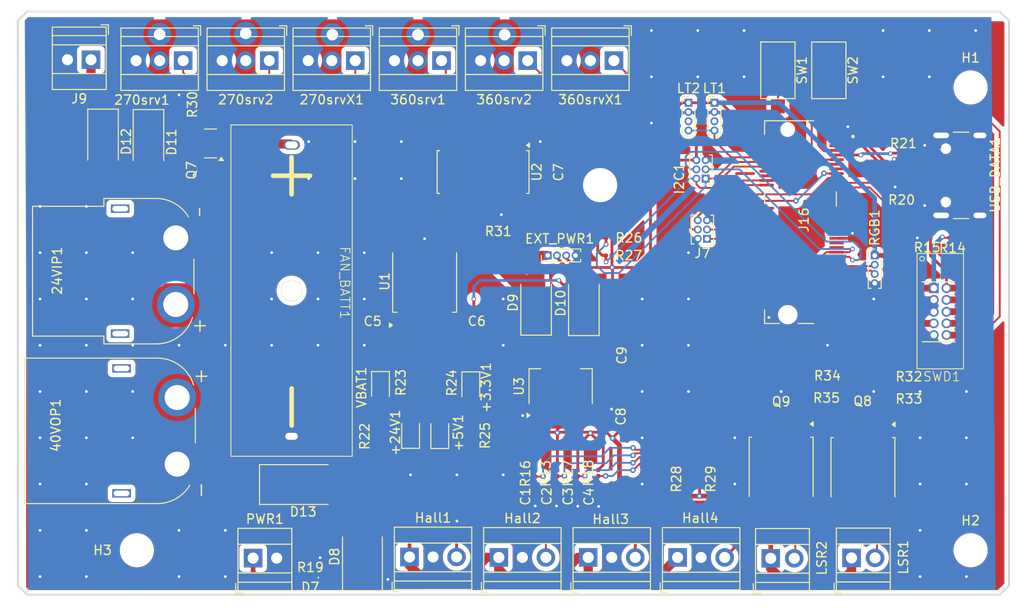
<source format=kicad_pcb>
(kicad_pcb (version 20240108) (generator "pcbnew") (generator_version "8.0")
  (layers (0 "F.Cu" signal) (31 "B.Cu" signal) (34 "B.Paste" user) (35 "F.Paste" user) (36 "B.SilkS" user "B.Silkscreen") (37 "F.SilkS" user "F.Silkscreen") (38 "B.Mask" user) (39 "F.Mask" user) (44 "Edge.Cuts" user))
  (net 0 "")
  (net 1 "GND")
  (net 2 "Net-(+3.3V1-A)")
  (net 3 "Net-(+5V1-A)")
  (net 4 "Net-(+24V1-A)")
  (net 5 "+24V")
  (net 6 "srv270")
  (net 7 "srv270_2")
  (net 8 "srv270_x")
  (net 9 "srv360")
  (net 10 "srv360_2")
  (net 11 "srv360_x")
  (net 12 "HE1DO")
  (net 13 "+5V")
  (net 14 "+3.3V")
  (net 15 "+3.3VLDO")
  (net 16 "Net-(D7-A)")
  (net 17 "Net-(D7-K)")
  (net 18 "+40V")
  (net 19 "V_FAN")
  (net 20 "Net-(D11-A)")
  (net 21 "I2C_SCL1")
  (net 22 "I2C_SCL")
  (net 23 "I2C_SDA1")
  (net 24 "I2C_SDA")
  (net 25 "TX2")
  (net 26 "RX1")
  (net 27 "TX1")
  (net 28 "RX2")
  (net 29 "EMTR5")
  (net 34 "USB_VIN")
  (net 35 "RST")
  (net 44 "USB_D-")
  (net 47 "EMTR6")
  (net 48 "EMTR4")
  (net 49 "LASR2")
  (net 55 "SWDCK")
  (net 59 "SWDIO")
  (net 61 "Boot")
  (net 62 "SDO")
  (net 63 "SCK")
  (net 67 "USB_D+")
  (net 68 "CLR_DO")
  (net 71 "LASR1")
  (net 75 "V_BAT_SW")
  (net 76 "Net-(Q8-G)")
  (net 77 "Net-(Q9-G)")
  (net 78 "CC2")
  (net 79 "Net-(VBAT1-A)")
  (net 80 "Net-(U2-~{OE})")
  (net 97 "CC1")
  (net 100 "HE2DO")
  (net 101 "HE3DO")
  (net 102 "HE4DO")
  (net 103 "Net-(LSR1-Pin_2)")
  (net 104 "Net-(LSR2-Pin_2)")
  (footprint "Button_Switch_SMD:SW_SPST_CK_RS282G05A3" (layer "F.Cu") (at 137.15 50.3 -90)
    (property "Reference" "SW2")
    (property "Value" "SW_SPST")
  )
  (footprint "Capacitor_SMD:C_0201_0603Metric" (layer "F.Cu") (at 87.905 76.3625 180)
    (property "Reference" "C5")
    (property "Value" "10uF")
  )
  (footprint "SJSU_common:TO-252AD" (layer "F.Cu") (at 89.7125 73.1025 90)
    (property "Reference" "U1")
    (property "Value" "LF33CPT-TR" (hide yes))
  )
  (footprint "Resistor_SMD:R_0201_0603Metric" (layer "F.Cu") (at 113.4 70.3 180)
    (property "Reference" "R27")
    (property "Value" "5.1k")
  )
  (footprint "Diode_SMD:D_SMA" (layer "F.Cu") (at 110.7 75.45 90)
    (property "Reference" "D10")
    (property "Value" "D_Schottky")
  )
  (footprint "Resistor_SMD:R_0201_0603Metric" (layer "F.Cu") (at 101.47 66.65 180)
    (property "Reference" "R31")
    (property "Value" "10k")
  )
  (footprint "Resistor_SMD:R_0201_0603Metric" (layer "F.Cu") (at 123.2 94.455 -90)
    (property "Reference" "R29")
    (property "Value" "5.1k")
  )
  (footprint "Connector_AMASS:AMASS_XT60PW-F_1x02_P7.20mm_Horizontal" (layer "F.Cu") (at 66.65 68.4 90)
    (property "Reference" "24VIP1")
    (property "Value" "xT60F")
  )
  (footprint "Resistor_SMD:R_0201_0603Metric" (layer "F.Cu") (at 81.18 102.95 180)
    (property "Reference" "R19")
    (property "Value" "560")
  )
  (footprint "Capacitor_SMD:C_0201_0603Metric" (layer "F.Cu") (at 105.45 96.345 90)
    (property "Reference" "C1")
    (property "Value" "100nF")
  )
  (footprint "Resistor_SMD:R_0201_0603Metric" (layer "F.Cu") (at 143.555 85.8)
    (property "Reference" "R33")
    (property "Value" "100")
  )
  (footprint "TerminalBlock:TerminalBlock_Xinya_XY308-2.54-3P_1x03_P2.54mm_Horizontal" (layer "F.Cu") (at 101.525 102.925)
    (property "Reference" "Hall2")
    (property "Value" "Hall")
  )
  (footprint "Resistor_SMD:R_0201_0603Metric" (layer "F.Cu") (at 67 54 90)
    (property "Reference" "R30")
    (property "Value" "10k")
  )
  (footprint "Diode_SMD:D_SMB" (layer "F.Cu") (at 86.8 102.85 90)
    (property "Reference" "D8")
    (property "Value" "B250")
  )
  (footprint "TerminalBlock:TerminalBlock_Xinya_XY308-2.54-3P_1x03_P2.54mm_Horizontal" (layer "F.Cu") (at 113.95 49.25 180)
    (property "Reference" "360srvX1")
    (property "Value" "extr1")
  )
  (footprint "Connector_PinHeader_1.00mm:PinHeader_2x03_P1.00mm_Vertical" (layer "F.Cu") (at 123.85 62 180)
    (property "Reference" "I2C1")
    (property "Value" "Conn_02x03_Odd_Even")
  )
  (footprint "Capacitor_SMD:C_0201_0603Metric" (layer "F.Cu") (at 99.145 76.35 180)
    (property "Reference" "C6")
    (property "Value" "10uF")
  )
  (footprint "Resistor_SMD:R_0201_0603Metric" (layer "F.Cu") (at 134.755 83.3)
    (property "Reference" "R34")
    (property "Value" "6.8k")
  )
  (footprint "Capacitor_SMD:C_0201_0603Metric" (layer "F.Cu") (at 112.3 96.37 90)
    (property "Reference" "C4")
    (property "Value" "100nF")
  )
  (footprint "Connector_PinHeader_1.00mm:PinHeader_1x04_P1.00mm_Vertical" (layer "F.Cu") (at 124.8 53.8)
    (property "Reference" "LT1")
    (property "Value" "Conn_01x04")
  )
  (footprint "Resistor_SMD:R_0201_0603Metric" (layer "F.Cu") (at 113.42 68.4)
    (property "Reference" "R26")
    (property "Value" "2.2k")
  )
  (footprint "Resistor_SMD:R_0201_0603Metric" (layer "F.Cu") (at 88.75 89.8625 -90)
    (property "Reference" "R22")
    (property "Value" "39k")
  )
  (footprint "MountingHole:MountingHole_2.2mm_M2" (layer "F.Cu") (at 62.45 102.15)
    (property "Reference" "H3")
    (property "Value" "MountingHole")
  )
  (footprint "Resistor_SMD:R_0201_0603Metric" (layer "F.Cu") (at 92 84.0325 90)
    (property "Reference" "R23")
    (property "Value" "10k")
  )
  (footprint "Resistor_SMD:R_0201_0603Metric" (layer "F.Cu") (at 121.8 94.455 -90)
    (property "Reference" "R28")
    (property "Value" "5.1k")
  )
  (footprint "Capacitor_SMD:C_0201_0603Metric" (layer "F.Cu") (at 113.7 81.03 -90)
    (property "Reference" "C9")
    (property "Value" "10uF")
  )
  (footprint "Capacitor_SMD:C_0201_0603Metric" (layer "F.Cu") (at 110.05 96.345 90)
    (property "Reference" "C3")
    (property "Value" "100nF")
  )
  (footprint "TerminalBlock:TerminalBlock_Xinya_XY308-2.54-3P_1x03_P2.54mm_Horizontal" (layer "F.Cu") (at 76.745 49.25 180)
    (property "Reference" "270srv2")
    (property "Value" "270srv2")
  )
  (footprint "Diode_SMD:D_SMA" (layer "F.Cu") (at 105.55 75.4 90)
    (property "Reference" "D9")
    (property "Value" "D_Schottky")
  )
  (footprint "Package_TO_SOT_SMD:SOT-223-3_TabPin2" (layer "F.Cu") (at 108.2 84.45 90)
    (property "Reference" "U3")
    (property "Value" "AMS1117-5.0")
  )
  (footprint "Diode_SMD:D_SMB_Handsoldering" (layer "F.Cu") (at 80.4 95.05)
    (property "Reference" "D13")
    (property "Value" "SMBJ45CA")
  )
  (footprint "Package_SO:TSSOP-28_4.4x9.7mm_P0.65mm" (layer "F.Cu") (at 99.825 61.2875 -90)
    (property "Reference" "U2")
    (property "Value" "PCA9685PW")
  )
  (footprint "Resistor_SMD:R_0201_0603Metric" (layer "F.Cu") (at 134.755 85.7)
    (property "Reference" "R35")
    (property "Value" "100")
  )
  (footprint "TerminalBlock:TerminalBlock_Xinya_XY308-2.54-3P_1x03_P2.54mm_Horizontal" (layer "F.Cu") (at 104.64 49.25 180)
    (property "Reference" "360srv2")
    (property "Value" "360srv2")
  )
  (footprint "LED_SMD:LED_0805_2012Metric" (layer "F.Cu") (at 88.75 84.525 -90)
    (property "Reference" "VBAT1")
    (property "Value" "LED_GRN")
  )
  (footprint "Connector_USB:USB_C_Receptacle_GCT_USB4105-xx-A_16P_TopMnt_Horizontal" (layer "F.Cu") (at 152.38 61.65 90)
    (property "Reference" "USB_DATA1")
    (property "Value" "USB_C_Receptacle_USB2.0_16P")
  )
  (footprint "LED_SMD:LED_0805_2012Metric" (layer "F.Cu") (at 98.5 84.5625 -90)
    (property "Reference" "+3.3V1")
    (property "Value" "LED_GRN")
  )
  (footprint "LED_SMD:LED_0805_2012Metric" (layer "F.Cu") (at 92 89.45 90)
    (property "Reference" "+24V1")
    (property "Value" "LED_GRN")
  )
  (footprint "TerminalBlock:TerminalBlock_Xinya_XY308-2.54-3P_1x03_P2.54mm_Horizontal" (layer "F.Cu") (at 86.03 49.25 180)
    (property "Reference" "270srvX1")
    (property "Value" "extr2")
  )
  (footprint "TerminalBlock:TerminalBlock_Xinya_XY308-2.54-2P_1x02_P2.54mm_Horizontal" (layer "F.Cu") (at 57.5 49.15 180)
    (property "Reference" "J9")
    (property "Value" "Screw_Terminal_01x02")
  )
  (footprint "Resistor_SMD:R_0201_0603Metric" (layer "F.Cu") (at 143.555 83.4)
    (property "Reference" "R32")
    (property "Value" "6.8k")
  )
  (footprint "Package_TO_SOT_SMD:TO-252-2" (layer "F.Cu") (at 140.83 93.29 -90)
    (property "Reference" "Q8")
    (property "Value" "Q_NMOS_GDS")
  )
  (footprint "Resistor_SMD:R_0201_0603Metric" (layer "F.Cu") (at 112.25 93.805 90)
    (property "Reference" "R18")
    (property "Value" "10k")
  )
  (footprint "Resistor_SMD:R_0201_0603Metric" (layer "F.Cu") (at 110.05 93.825 90)
    (property "Reference" "R17")
    (property "Value" "10k")
  )
  (footprint "Connector_PinHeader_1.00mm:PinHeader_1x04_P1.00mm_Vertical" (layer "F.Cu") (at 122 53.8)
    (property "Reference" "LT2")
    (property "Value" "Conn_01x04")
  )
  (footprint "Resistor_SMD:R_0201_0603Metric" (layer "F.Cu") (at 95.15 84.0175 90)
    (property "Reference" "R24")
    (property "Value" "2.2k")
  )
  (footprint "MountingHole:MountingHole_2.2mm_M2" (layer "F.Cu") (at 152.45 102.15)
    (property "Reference" "H2")
    (property "Value" "MountingHole")
  )
  (footprint "Button_Switch_SMD:SW_SPST_CK_RS282G05A3" (layer "F.Cu") (at 131.65 50.293354 -90)
    (property "Reference" "SW1")
    (property "Value" "SW_SPST")
  )
  (footprint "Connector_PinHeader_1.00mm:PinHeader_2x03_P1.00mm_Vertical" (layer "F.Cu") (at 124 68.5 180)
    (property "Reference" "J7")
    (property "Value" "Conn_02x03_Odd_Even")
  )
  (footprint "Connector_PinHeader_1.00mm:PinHeader_1x04_P1.00mm_Vertical" (layer "F.Cu") (at 142.1 70.3)
    (property "Reference" "RGB1")
    (property "Value" "Conn_01x04")
  )
  (footprint "Capacitor_SMD:C_0201_0603Metric" (layer "F.Cu") (at 113.7 87.955 90)
    (property "Reference" "C8")
    (property "Value" "10uF")
  )
  (footprint "TerminalBlock:TerminalBlock_Xinya_XY308-2.54-2P_1x02_P2.54mm_Horizontal" (layer "F.Cu") (at 130.875 103.025)
    (property "Reference" "LSR2")
    (property "Value" "Screw_Terminal_01x02")
  )
  (footprint "Resistor_SMD:R_0201_0603Metric" (layer "F.Cu") (at 98.5 89.8675 90)
    (property "Reference" "R25")
    (property "Value" "500")
  )
  (footprint "Resistor_SMD:R_0201_0603Metric" (layer "F.Cu") (at 150.495 68.39)
    (property "Reference" "R14")
    (property "Value" "100k")
  )
  (footprint "Resistor_SMD:R_0201_0603Metric" (layer "F.Cu") (at 145.32 59.9)
    (property "Reference" "R21")
    (property "Value" "5.1k")
  )
  (footprint "Capacitor_SMD:C_0201_0603Metric" (layer "F.Cu") (at 106.9185 61.325 -90)
    (property "Reference" "C7")
    (property "Value" "100nF")
  )
  (footprint "TerminalBlock:TerminalBlock_Xinya_XY308-2.54-3P_1x03_P2.54mm_Horizontal" (layer "F.Cu") (at 120.825 102.925)
    (property "Reference" "Hall4")
    (property "Value" "Hall")
  )
  (footprint "TerminalBlock:TerminalBlock_Xinya_XY308-2.54-3P_1x03_P2.54mm_Horizontal" (layer "F.Cu") (at 95.34 49.25 180)
    (property "Reference" "360srv1")
    (property "Value" "360srv1")
  )
  (footprint "Package_TO_SOT_SMD:SOT-23" (layer "F.Cu") (at 70.4 58.2 180)
    (property "Reference" "Q7")
    (property "Value" "Q_NMOS_GDS")
  )
  (footprint "TerminalBlock:TerminalBlock_Xinya_XY308-2.54-3P_1x03_P2.54mm_Horizontal" (layer "F.Cu") (at 91.885 102.875)
    (property "Reference" "Hall1")
    (property "Value" "Hall")
  )
  (footprint "Package_TO_SOT_SMD:TO-252-2" (layer "F.Cu") (at 132 93.24 -90)
    (property "Reference" "Q9")
    (property "Value" "Q_NMOS_GDS")
  )
  (footprint "LED_SMD:LED_0805_2012Metric" (layer "F.Cu") (at 95.15 89.475 90)
    (property "Reference" "+5V1")
    (property "Value" "LED_GRN")
  )
  (footprint "TerminalBlock:TerminalBlock_Xinya_XY308-2.54-2P_1x02_P2.54mm_Horizontal" (layer "F.Cu") (at 75 103)
    (property "Reference" "PWR1")
    (property "Value" "Screw_Terminal_01x02")
  )
  (footprint "TerminalBlock:TerminalBlock_Xinya_XY308-2.54-3P_1x03_P2.54mm_Horizontal" (layer "F.Cu") (at 67.45 49.25 180)
    (property "Reference" "270srv1")
    (property "Value" "270srv1")
  )
  (footprint "Resistor_SMD:R_0201_0603Metric" (layer "F.Cu") (at 145.3 62.9)
    (property "Reference" "R20")
    (property "Value" "5.1k")
  )
  (footprint "Connector_AMASS:AMASS_XT60PW-M_1x02_P7.20mm_Horizontal" (layer "F.Cu") (at 66.8 92.85 90)
    (property "Reference" "40VOP1")
    (property "Value" "xT60M")
  )
  (footprint "SJSU_common:SWD_Conn" (layer "F.Cu") (at 148.59 67.71)
    (property "Reference" "SWD1")
    (property "Value" "Conn_02x05_Odd_Even")
  )
  (footprint "SJSU_common:BAT_HOLD" (layer "F.Cu") (at 84.4 73.25 -90)
    (property "Reference" "FAN_BATT1")
    (property "Value" "~")
  )
  (footprint "LED_SMD:LED_0201_0603Metric" (layer "F.Cu") (at 81.17 105.1 180)
    (property "Reference" "D7")
    (property "Value" "LED_BLU")
  )
  (footprint "MountingHole:MountingHole_2.2mm_M2" (layer "F.Cu") (at 152.45 52.15)
    (property "Reference" "H1")
    (property "Value" "MountingHole")
  )
  (footprint "Diode_SMD:D_SMA" (layer "F.Cu") (at 58.8 58 -90)
    (property "Reference" "D12")
    (property "Value" "D_Schottky")
  )
  (footprint "Connector_PinHeader_1.00mm:PinHeader_1x04_P1.00mm_Vertical" (layer "F.Cu") (at 106.8 70.3 90)
    (property "Reference" "EXT_PWR1")
    (property "Value" "Conn_01x04")
  )
  (footprint "SJSU_common:micromod" (layer "F.Cu") (at 124.46 66.7 90)
    (property "Reference" "J16")
    (property "Value" "MicroMod" (hide yes))
  )
  (footprint "Resistor_SMD:R_0201_0603Metric" (layer "F.Cu") (at 147.795 68.39)
    (property "Reference" "R15")
    (property "Value" "100k")
  )
  (footprint "Diode_SMD:D_SMA" (layer "F.Cu") (at 63.7 58.05 -90)
    (property "Reference" "D11")
    (property "Value" "D_Schottky")
  )
  (footprint "TerminalBlock:TerminalBlock_Xinya_XY308-2.54-3P_1x03_P2.54mm_Horizontal" (layer "F.Cu") (at 111.175 102.925)
    (property "Reference" "Hall3")
    (property "Value" "Hall")
  )
  (footprint "Resistor_SMD:R_0201_0603Metric" (layer "F.Cu") (at 107.85 93.83 90)
    (property "Reference" "R13")
    (property "Value" "10k")
  )
  (footprint "Capacitor_SMD:C_0201_0603Metric" (layer "F.Cu") (at 107.75 96.32 90)
    (property "Reference" "C2")
    (property "Value" "100nF")
  )
  (footprint "Resistor_SMD:R_0201_0603Metric" (layer "F.Cu") (at 105.45 93.87 90)
    (property "Reference" "R16")
    (property "Value" "10k")
  )
  (footprint "TerminalBlock:TerminalBlock_Xinya_XY308-2.54-2P_1x02_P2.54mm_Horizontal" (layer "F.Cu") (at 139.6 102.975)
    (property "Reference" "LSR1")
    (property "Value" "Screw_Terminal_01x02")
  )
  (gr_line (start 156.6 105.95) (end 156.6 44.95) (stroke (width 0.2)) (layer "Edge.Cuts"))
  (gr_line (start 49.6 105.95) (end 49.6 44.95) (stroke (width 0.2)) (layer "Edge.Cuts"))
  (gr_line (start 50.6 43.95) (end 49.6 44.95) (stroke (width 0.2)) (layer "Edge.Cuts"))
  (gr_line (start 50.6 106.95) (end 49.6 105.95) (stroke (width 0.2)) (layer "Edge.Cuts"))
  (gr_line (start 156.6 44.95) (end 155.6 43.95) (stroke (width 0.2)) (layer "Edge.Cuts"))
  (gr_line (start 156.6 105.95) (end 155.6 106.95) (stroke (width 0.2)) (layer "Edge.Cuts"))
  (gr_line (start 155.6 106.95) (end 50.6 106.95) (stroke (width 0.2)) (layer "Edge.Cuts"))
  (gr_line (start 155.6 43.95) (end 50.6 43.95) (stroke (width 0.2)) (layer "Edge.Cuts"))
  (segment (start 107.75 96.64) (end 107.75 97.365) (width 0.3) (layer "F.Cu") (net 1))
  (segment (start 67 53.68) (end 67 52.955) (width 0.2) (layer "F.Cu") (net 1))
  (segment (start 88.75 81.75) (end 87 80) (width 0.2) (layer "F.Cu") (net 1))
  (segment (start 143.875 83.4) (end 145.4 83.4) (width 0.2) (layer "F.Cu") (net 1))
  (segment (start 137.21 79.79) (end 137 80) (width 0.2) (layer "F.Cu") (net 1))
  (segment (start 105.75 87.6) (end 105.9 87.6) (width 0.3) (layer "F.Cu") (net 1))
  (segment (start 101.8 65.9) (end 101.8 66.815) (width 0.2) (layer "F.Cu") (net 1))
  (segment (start 146.6 76.37) (end 142.37 76.37) (width 0.2) (layer "F.Cu") (net 1))
  (segment (start 137.148292 57.45) (end 136.8 57.798292) (width 0.2) (layer "F.Cu") (net 1))
  (segment (start 106.9185 58.9185) (end 106.9185 61.005) (width 0.2) (layer "F.Cu") (net 1))
  (segment (start 135.075 81.925) (end 135.075 83.3) (width 0.2) (layer "F.Cu") (net 1))
  (segment (start 146.6 75.1) (end 142.1 75.1) (width 0.2) (layer "F.Cu") (net 1))
  (segment (start 101.8 65.9) (end 102.1 65.6) (width 0.2) (layer "F.Cu") (net 1))
  (segment (start 152 85) (end 149 85) (width 0.2) (layer "F.Cu") (net 1))
  (segment (start 139.7 68.1) (end 139.35 68.45) (width 0.3) (layer "F.Cu") (net 1))
  (segment (start 102.1 65.6) (end 102.1 64.15) (width 0.2) (layer "F.Cu") (net 1))
  (segment (start 138.225 76.275) (end 137.45 77.05) (width 0.3) (layer "F.Cu") (net 1))
  (segment (start 116 85) (end 113.7 82.7) (width 0.2) (layer "F.Cu") (net 1))
  (segment (start 148.7 64.85) (end 147.55 64.85) (width 0.3) (layer "F.Cu") (net 1))
  (segment (start 123.85 55.14896) (end 123.85 60) (width 0.2) (layer "F.Cu") (net 1))
  (segment (start 144.98 62.9) (end 144.3 62.9) (width 0.3) (layer "F.Cu") (net 1))
  (segment (start 142.37 76.37) (end 142 76) (width 0.2) (layer "F.Cu") (net 1))
  (segment (start 86.8 105.3) (end 89.55 105.3) (width 0.3) (layer "F.Cu") (net 1))
  (segment (start 137.985 57.45) (end 137.148292 57.45) (width 0.2) (layer "F.Cu") (net 1))
  (segment (start 98.5 83.625) (end 98.5 82.5) (width 0.3) (layer "F.Cu") (net 1))
  (segment (start 87 76) (end 87.3625 76.3625) (width 0.2) (layer "F.Cu") (net 1))
  (segment (start 137.15 46.4) (end 142.6 46.4) (width 0.3) (layer "F.Cu") (net 1))
  (segment (start 142 85) (end 141 85) (width 0.3) (layer "F.Cu") (net 1))
  (segment (start 147.475 68.39) (end 146.71 68.39) (width 0.2) (layer "F.Cu") (net 1))
  (segment (start 139.7 67.9) (end 139.7 68.1) (width 0.3) (layer "F.Cu") (net 1))
  (segment (start 97 93.4) (end 97 94) (width 0.2) (layer "F.Cu") (net 1))
  (segment (start 137.21 77.05) (end 137.21 79.79) (width 0.2) (layer "F.Cu") (net 1))
  (segment (start 145.4 83.4) (end 147 85) (width 0.2) (layer "F.Cu") (net 1))
  (segment (start 117 85) (end 116 85) (width 0.2) (layer "F.Cu") (net 1))
  (segment (start 136.8 66.95) (end 137.985 66.95) (width 0.2) (layer "F.Cu") (net 1))
  (segment (start 139.15 56.35) (end 139.2 56.4) (width 0.2) (layer "F.Cu") (net 1))
  (segment (start 101.45 58.425) (end 104.05 58.425) (width 0.2) (layer "F.Cu") (net 1))
  (segment (start 112.3 96.69) (end 112.3 97.415) (width 0.3) (layer "F.Cu") (net 1))
  (segment (start 138.225 75.95) (end 138.225 76.275) (width 0.3) (layer "F.Cu") (net 1))
  (segment (start 105.9 87.6) (end 104.1 87.6) (width 0.3) (layer "F.Cu") (net 1))
  (segment (start 138.25 76.6) (end 138.25 76.925) (width 0.3) (layer "F.Cu") (net 1))
  (segment (start 95.175 58) (end 91 58) (width 0.2) (layer "F.Cu") (net 1))
  (segment (start 136.45 66.6) (end 136.8 66.95) (width 0.2) (layer "F.Cu") (net 1))
  (segment (start 137.21 56.35) (end 139.15 56.35) (width 0.2) (layer "F.Cu") (net 1))
  (segment (start 139.7 67.9) (end 139.7 67.51758) (width 0.3) (layer "F.Cu") (net 1))
  (segment (start 81.5 102.95) (end 82.225 102.95) (width 0.3) (layer "F.Cu") (net 1))
  (segment (start 147.55 58.45) (end 147.5 58.4) (width 0.3) (layer "F.Cu") (net 1))
  (segment (start 148.7 58.45) (end 147.55 58.45) (width 0.3) (layer "F.Cu") (net 1))
  (segment (start 142.6 46.4) (end 143 46) (width 0.3) (layer "F.Cu") (net 1))
  (segment (start 142.1 75.1) (end 142 75) (width 0.2) (layer "F.Cu") (net 1))
  (segment (start 67 91.4) (end 67 91) (width 0.2) (layer "F.Cu") (net 1))
  (segment (start 124.8 54.8) (end 124.19896 54.8) (width 0.2) (layer "F.Cu") (net 1))
  (segment (start 137.985 65.45) (end 136.8 65.45) (width 0.2) (layer "F.Cu") (net 1))
  (segment (start 131.65 46.393354) (end 137.143354 46.393354) (width 0.3) (layer "F.Cu") (net 1))
  (segment (start 129.72 86.28) (end 129.72 88.2) (width 0.3) (layer "F.Cu") (net 1))
  (segment (start 102.1 64.15) (end 101.45 64.15) (width 0.2) (layer "F.Cu") (net 1))
  (segment (start 131 85) (end 129.72 86.28) (width 0.3) (layer "F.Cu") (net 1))
  (segment (start 137.985 57.125) (end 137.21 56.35) (width 0.2) (layer "F.Cu") (net 1))
  (segment (start 88.75 83.5875) (end 88.75 81.75) (width 0.2) (layer "F.Cu") (net 1))
  (segment (start 105.45 96.665) (end 105.45 97.365) (width 0.3) (layer "F.Cu") (net 1))
  (segment (start 146.71 68.39) (end 146.7 68.4) (width 0.2) (layer "F.Cu") (net 1))
  (segment (start 77.75 91.24) (end 79.15 89.84) (width 1) (layer "F.Cu") (net 1))
  (segment (start 147.55 64.85) (end 147.5 64.9) (width 0.3) (layer "F.Cu") (net 1))
  (segment (start 137.985 57.45) (end 137.985 57.125) (width 0.2) (layer "F.Cu") (net 1))
  (segment (start 101.45 65.55) (end 101.45 64.15) (width 0.2) (layer "F.Cu") (net 1))
  (segment (start 132 85) (end 131 85) (width 0.3) (layer "F.Cu") (net 1))
  (segment (start 102 75) (end 100.65 76.35) (width 0.3) (layer "F.Cu") (net 1))
  (segment (start 136.45 65.8) (end 136.45 66.6) (width 0.2) (layer "F.Cu") (net 1))
  (segment (start 122 70) (end 125 70) (width 0.2) (layer "F.Cu") (net 1))
  (segment (start 141 85) (end 138.55 87.45) (width 0.3) (layer "F.Cu") (net 1))
  (segment (start 113.7 82.7) (end 113.7 81.35) (width 0.2) (layer "F.Cu") (net 1))
  (segment (start 128.8 66.2) (end 130.435 66.2) (width 0.2) (layer "F.Cu") (net 1))
  (segment (start 136.8 57.798292) (end 136.8 58.601708) (width 0.2) (layer "F.Cu") (net 1))
  (segment (start 95.15 90.4125) (end 95.15 91.55) (width 0.2) (layer "F.Cu") (net 1))
  (segment (start 87.585 76.3625) (end 87.3625 76.3625) (width 0.2) (layer "F.Cu") (net 1))
  (segment (start 77.7 95.05) (end 77.7 102.84) (width 1) (layer "F.Cu") (net 1))
  (segment (start 136.8 65.45) (end 136.45 65.8) (width 0.2) (layer "F.Cu") (net 1))
  (segment (start 145 59.9) (end 144.2 59.9) (width 0.3) (layer "F.Cu") (net 1))
  (segment (start 98.5 82.5) (end 101 80) (width 0.3) (layer "F.Cu") (net 1))
  (segment (start 77.7 102.84) (end 77.54 103) (width 1) (layer "F.Cu") (net 1))
  (segment (start 130.675 77) (end 130.675 75.7) (width 0.3) (layer "F.Cu") (net 1))
  (segment (start 139.7 67.51758) (end 139.13242 66.95) (width 0.3) (layer "F.Cu") (net 1))
  (segment (start 101.8 65.9) (end 101.45 65.55) (width 0.2) (layer "F.Cu") (net 1))
  (segment (start 87 76) (end 87 75) (width 0.2) (layer "F.Cu") (net 1))
  (segment (start 106 58) (end 106.9185 58.9185) (width 0.2) (layer "F.Cu") (net 1))
  (segment (start 139.35 68.45) (end 138.225 68.45) (width 0.3) (layer "F.Cu") (net 1))
  (segment (start 137.148292 58.95) (end 137.985 58.95) (width 0.2) (layer "F.Cu") (net 1))
  (segment (start 125 70) (end 128.8 66.2) (width 0.2) (layer "F.Cu") (net 1))
  (segment (start 104.05 58.425) (end 105.575 58.425) (width 0.2) (layer "F.Cu") (net 1))
  (segment (start 138.55 87.45) (end 138.55 88.25) (width 0.3) (layer "F.Cu") (net 1))
  (segment (start 113.7 87.635) (end 113.7 86.9) (width 0.3) (layer "F.Cu") (net 1))
  (segment (start 95.6 58.425) (end 95.175 58) (width 0.2) (layer "F.Cu") (net 1))
  (segment (start 105.575 58.425) (end 106 58) (width 0.2) (layer "F.Cu") (net 1))
  (segment (start 146.6 82.6) (end 146.6 78.91) (width 0.2) (layer "F.Cu") (net 1))
  (segment (start 100.65 76.35) (end 99.465 76.35) (width 0.3) (layer "F.Cu") (net 1))
  (segment (start 92 90.3875) (end 92 94) (width 0.2) (layer "F.Cu") (net 1))
  (segment (start 95.15 91.55) (end 97 93.4) (width 0.2) (layer "F.Cu") (net 1))
  (segment (start 77.7 95.05) (end 77.75 95) (width 1) (layer "F.Cu") (net 1))
  (segment (start 137 80) (end 135.075 81.925) (width 0.2) (layer "F.Cu") (net 1))
  (segment (start 137.143354 46.393354) (end 137.15 46.4) (width 0.3) (layer "F.Cu") (net 1))
  (segment (start 136.8 58.601708) (end 137.148292 58.95) (width 0.2) (layer "F.Cu") (net 1))
  (segment (start 77.75 95) (end 77.75 91.24) (width 1) (layer "F.Cu") (net 1))
  (segment (start 93.5125 68.5) (end 93.5125 71.8625) (width 0.2) (layer "F.Cu") (net 1))
  (segment (start 142 76) (end 142 75) (width 0.2) (layer "F.Cu") (net 1))
  (segment (start 124.19896 54.8) (end 123.85 55.14896) (width 0.2) (layer "F.Cu") (net 1))
  (segment (start 149 85) (end 146.6 82.6) (width 0.2) (layer "F.Cu") (net 1))
  (segment (start 101 80) (end 102 80) (width 0.3) (layer "F.Cu") (net 1))
  (segment (start 110.05 96.665) (end 110.05 97.39) (width 0.3) (layer "F.Cu") (net 1))
  (segment (start 139.13242 66.95) (end 138.225 66.95) (width 0.3) (layer "F.Cu") (net 1))
  (via (at 118 46) (size 0.5) (drill 0.3) (layers "F.Cu" "B.Cu") (net 1))
  (via (at 118 56) (size 0.5) (drill 0.3) (layers "F.Cu" "B.Cu") (net 1))
  (via (at 52 75) (size 0.5) (drill 0.3) (layers "F.Cu" "B.Cu") (net 1))
  (via (at 62 85) (size 0.5) (drill 0.3) (layers "F.Cu" "B.Cu") (net 1))
  (via (at 87 70) (size 0.5) (drill 0.3) (layers "F.Cu" "B.Cu") (net 1))
  (via (at 101.8 65.9) (size 0.5) (drill 0.3) (layers "F.Cu" "B.Cu") (net 1))
  (via (at 147 95) (size 0.5) (drill 0.3) (layers "F.Cu" "B.Cu") (net 1))
  (via (at 52 105) (size 0.5) (drill 0.3) (layers "F.Cu" "B.Cu") (net 1))
  (via (at 128 51) (size 0.5) (drill 0.3) (layers "F.Cu" "B.Cu") (net 1))
  (via (at 132 85) (size 0.5) (drill 0.3) (layers "F.Cu" "B.Cu") (net 1))
  (via (at 122 70) (size 0.5) (drill 0.3) (layers "F.Cu" "B.Cu") (net 1))
  (via (at 146.7 68.4) (size 0.5) (drill 0.3) (layers "F.Cu" "B.Cu") (net 1))
  (via (at 107.75 97.365) (size 0.5) (drill 0.3) (layers "F.Cu" "B.Cu") (net 1))
  (via (at 152 95) (size 0.5) (drill 0.3) (layers "F.Cu" "B.Cu") (net 1))
  (via (at 147.5 64.9) (size 0.5) (drill 0.3) (layers "F.Cu" "B.Cu") (net 1))
  (via (at 122 80) (size 0.5) (drill 0.3) (layers "F.Cu" "B.Cu") (net 1))
  (via (at 148 46) (size 0.5) (drill 0.3) (layers "F.Cu" "B.Cu") (net 1))
  (via (at 122 85) (size 0.5) (drill 0.3) (layers "F.Cu" "B.Cu") (net 1))
  (via (at 82 75) (size 0.5) (drill 0.3) (layers "F.Cu" "B.Cu") (net 1))
  (via (at 139.2 56.4) (size 0.5) (drill 0.3) (layers "F.Cu" "B.Cu") (net 1))
  (via (at 117 80) (size 0.5) (drill 0.3) (layers "F.Cu" "B.Cu") (net 1))
  (via (at 105.45 97.365) (size 0.5) (drill 0.3) (layers "F.Cu" "B.Cu") (net 1))
  (via (at 97 99) (size 0.5) (drill 0.3) (layers "F.Cu" "B.Cu") (net 1))
  (via (at 91 58) (size 0.5) (drill 0.3) (layers "F.Cu" "B.Cu") (net 1))
  (via (at 128 46) (size 0.5) (drill 0.3) (layers "F.Cu" "B.Cu") (net 1))
  (via (at 62 90) (size 0.5) (drill 0.3) (layers "F.Cu" "B.Cu") (net 1))
  (via (at 51.996083 99.999999) (size 0.5) (drill 0.3) (layers "F.Cu" "B.Cu") (net 1))
  (via (at 57 80) (size 0.5) (drill 0.3) (layers "F.Cu" "B.Cu") (net 1))
  (via (at 152 85) (size 0.5) (drill 0.3) (layers "F.Cu" "B.Cu") (net 1))
  (via (at 104.1 87.6) (size 0.5) (drill 0.3) (layers "F.Cu" "B.Cu") (net 1))
  (via (at 57 95) (size 0.5) (drill 0.3) (layers "F.Cu" "B.Cu") (net 1))
  (via (at 72 80) (size 0.5) (drill 0.3) (layers "F.Cu" "B.Cu") (net 1))
  (via (at 91 62) (size 0.5) (drill 0.3) (layers "F.Cu" "B.Cu") (net 1))
  (via (at 82.225 102.95) (size 0.5) (drill 0.3) (layers "F.Cu" "B.Cu") (net 1))
  (via (at 102 75) (size 0.5) (drill 0.3) (layers "F.Cu" "B.Cu") (net 1))
  (via (at 152 105) (size 0.5) (drill 0.3) (layers "F.Cu" "B.Cu") (net 1))
  (via (at 147 100) (size 0.5) (drill 0.3) (layers "F.Cu" "B.Cu") (net 1))
  (via (at 67 80) (size 0.5) (drill 0.3) (layers "F.Cu" "B.Cu") (net 1))
  (via (at 122 75) (size 0.5) (drill 0.3) (layers "F.Cu" "B.Cu") (net 1))
  (via (at 92 94) (size 0.5) (drill 0.3) (layers "F.Cu" "B.Cu") (net 1))
  (via (at 102 94) (size 0.5) (drill 0.3) (layers "F.Cu" "B.Cu") (net 1))
  (via (at 148 51) (size 0.5) (drill 0.3) (layers "F.Cu" "B.Cu") (net 1))
  (via (at 117 95) (size 0.5) (drill 0.3) (layers "F.Cu" "B.Cu") (net 1))
  (via (at 118 51) (size 0.5) (drill 0.3) (layers "F.Cu" "B.Cu") (net 1))
  (via (at 127 90) (size 0.5) (drill 0.3) (layers "F.Cu" "B.Cu") (net 1))
  (via (at 62 80) (size 0.5) (drill 0.3) (layers "F.Cu" "B.Cu") (net 1))
  (via (at 52 65) (size 0.5) (drill 0.3) (layers "F.Cu" "B.Cu") (net 1))
  (via (at 152 90) (size 0.5) (drill 0.3) (layers "F.Cu" "B.Cu") (net 1))
  (via (at 127 95) (size 0.5) (drill 0.3) (layers "F.Cu" "B.Cu") (net 1))
  (via (at 117 85) (size 0.5) (drill 0.3) (layers "F.Cu" "B.Cu") (net 1))
  (via (at 77 75) (size 0.5) (drill 0.3) (layers "F.Cu" "B.Cu") (net 1))
  (via (at 62 70) (size 0.5) (drill 0.3) (layers "F.Cu" "B.Cu") (net 1))
  (via (at 87 75) (size 0.5) (drill 0.3) (layers "F.Cu" "B.Cu") (net 1))
  (via (at 67 52.955) (size 0.5) (drill 0.3) (layers "F.Cu" "B.Cu") (net 1))
  (via (at 77 80) (size 0.5) (drill 0.3) (layers "F.Cu" "B.Cu") (net 1))
  (via (at 112.3 97.415) (size 0.5) (drill 0.3) (layers "F.Cu" "B.Cu") (net 1))
  (via (at 82 80) (size 0.5) (drill 0.3) (layers "F.Cu" "B.Cu") (net 1))
  (via (at 143 51) (size 0.5) (drill 0.3) (layers "F.Cu" "B.Cu") (net 1))
  (via (at 106 58) (size 0.5) (drill 0.3) (layers "F.Cu" "B.Cu") (net 1))
  (via (at 89.55 105.3) (size 0.5) (drill 0.3) (layers "F.Cu" "B.Cu") (net 1))
  (via (at 142 85) (size 0.5) (drill 0.3) (layers "F.Cu" "B.Cu") (net 1))
  (via (at 52 85) (size 0.5) (drill 0.3) (layers "F.Cu" "B.Cu") (net 1))
  (via (at 144.3 62.9) (size 0.5) (drill 0.3) (layers "F.Cu" "B.Cu") (net 1))
  (via (at 130.675 77) (size 0.5) (drill 0.3) (layers "F.Cu" "B.Cu") (net 1))
  (via (at 57 65) (size 0.5) (drill 0.3) (layers "F.Cu" "B.Cu") (net 1))
  (via (at 57 100) (size 0.5) (drill 0.3) (layers "F.Cu" "B.Cu") (net 1))
  (via (at 102 80) (size 0.5) (drill 0.3) (layers "F.Cu" "B.Cu") (net 1))
  (via (at 57 75) (size 0.5) (drill 0.3) (layers "F.Cu" "B.Cu") (net 1))
  (via (at 87 80) (size 0.5) (drill 0.3) (layers "F.Cu" "B.Cu") (net 1))
  (via (at 137 80) (size 0.5) (drill 0.3) (layers "F.Cu" "B.Cu") (net 1))
  (via (at 62 75) (size 0.5) (drill 0.3) (layers "F.Cu" "B.Cu") (net 1))
  (via (at 93.5125 68.5) (size 0.5) (drill 0.3) (layers "F.Cu" "B.Cu") (net 1))
  (via (at 86 62) (size 0.5) (drill 0.3) (layers "F.Cu" "B.Cu") (net 1))
  (via (at 67 100) (size 0.5) (drill 0.3) (layers "F.Cu" "B.Cu") (net 1))
  (via (at 113.7 86.9) (size 0.5) (drill 0.3) (layers "F.Cu" "B.Cu") (net 1))
  (via (at 147 105) (size 0.5) (drill 0.3) (layers "F.Cu" "B.Cu") (net 1))
  (via (at 81 62) (size 0.5) (drill 0.3) (layers "F.Cu" "B.Cu") (net 1))
  (via (at 142 75) (size 0.5) (drill 0.3) (layers "F.Cu" "B.Cu") (net 1))
  (via (at 77 70) (size 0.5) (drill 0.3) (layers "F.Cu" "B.Cu") (net 1))
  (via (at 57 70) (size 0.5) (drill 0.3) (layers "F.Cu" "B.Cu") (net 1))
  (via (at 81 58) (size 0.5) (drill 0.3) (layers "F.Cu" "B.Cu") (net 1))
  (via (at 52 90) (size 0.5) (drill 0.3) (layers "F.Cu" "B.Cu") (net 1))
  (via (at 143 46) (size 0.5) (drill 0.3) (layers "F.Cu" "B.Cu") (net 1))
  (via (at 147 90) (size 0.5) (drill 0.3) (layers "F.Cu" "B.Cu") (net 1))
  (via (at 147.5 58.4) (size 0.5) (drill 0.3) (layers "F.Cu" "B.Cu") (net 1))
  (via (at 52 80) (size 0.5) (drill 0.3) (layers "F.Cu" "B.Cu") (net 1))
  (via (at 72 100) (size 0.5) (drill 0.3) (layers "F.Cu" "B.Cu") (net 1))
  (via (at 123 46) (size 0.5) (drill 0.3) (layers "F.Cu" "B.Cu") (net 1))
  (via (at 153 46) (size 0.5) (drill 0.3) (layers "F.Cu" "B.Cu") (net 1))
  (via (at 67 105) (size 0.5) (drill 0.3) (layers "F.Cu" "B.Cu") (net 1))
  (via (at 117 90) (size 0.5) (drill 0.3) (layers "F.Cu" "B.Cu") (net 1))
  (via (at 57 85) (size 0.5) (drill 0.3) (layers "F.Cu" "B.Cu") (net 1))
  (via (at 97 94) (size 0.5) (drill 0.3) (layers "F.Cu" "B.Cu") (net 1))
  (via (at 117 75) (size 0.5) (drill 0.3) (layers "F.Cu" "B.Cu") (net 1))
  (via (at 123 51) (size 0.5) (drill 0.3) (layers "F.Cu" "B.Cu") (net 1))
  (via (at 144.2 59.9) (size 0.5) (drill 0.3) (layers "F.Cu" "B.Cu") (net 1))
  (via (at 86 58) (size 0.5) (drill 0.3) (layers "F.Cu" "B.Cu") (net 1))
  (via (at 72 105) (size 0.5) (drill 0.3) (layers "F.Cu" "B.Cu") (net 1))
  (via (at 57 105) (size 0.5) (drill 0.3) (layers "F.Cu" "B.Cu") (net 1))
  (via (at 52 95) (size 0.5) (drill 0.3) (layers "F.Cu" "B.Cu") (net 1))
  (via (at 110.05 97.39) (size 0.5) (drill 0.3) (layers "F.Cu" "B.Cu") (net 1))
  (via (at 52 70) (size 0.5) (drill 0.3) (layers "F.Cu" "B.Cu") (net 1))
  (via (at 82 70) (size 0.5) (drill 0.3) (layers "F.Cu" "B.Cu") (net 1))
  (via (at 57 90) (size 0.5) (drill 0.3) (layers "F.Cu" "B.Cu") (net 1))
  (via (at 147 85) (size 0.5) (drill 0.3) (layers "F.Cu" "B.Cu") (net 1))
  (via (at 139.7 67.9) (size 0.5) (drill 0.3) (layers "F.Cu" "B.Cu") (net 1))
  (segment (start 142.1 74.9) (end 142 75) (width 0.2) (layer "B.Cu") (net 1))
  (segment (start 142.1 73.3) (end 142.1 74.9) (width 0.2) (layer "B.Cu") (net 1))
  (segment (start 98.05 85.5) (end 97.15 86.4) (width 0.2) (layer "F.Cu") (net 2))
  (segment (start 98.5 85.5) (end 98.05 85.5) (width 0.2) (layer "F.Cu") (net 2))
  (segment (start 97.15 86.4) (end 97.15 89.25) (width 0.2) (layer "F.Cu") (net 2))
  (segment (start 97.15 89.25) (end 98.0875 90.1875) (width 0.2) (layer "F.Cu") (net 2))
  (segment (start 98.0875 90.1875) (end 98.5 90.1875) (width 0.2) (layer "F.Cu") (net 2))
  (segment (start 95.15 84.3375) (end 95.15 88.5375) (width 0.2) (layer "F.Cu") (net 3))
  (segment (start 92 84.3525) (end 92 88.5125) (width 0.2) (layer "F.Cu") (net 4))
  (segment (start 69.35 62.6) (end 60.7 62.6) (width 1) (layer "F.Cu") (net 5))
  (segment (start 64.91 46.41) (end 64.91 49.25) (width 2) (layer "F.Cu") (net 5))
  (segment (start 60.7 62.6) (end 58.8 60.7) (width 1) (layer "F.Cu") (net 5))
  (segment (start 92.75 46.3) (end 92.8 46.35) (width 2) (layer "F.Cu") (net 5))
  (segment (start 73.95 46.05) (end 65.27 46.05) (width 2) (layer "F.Cu") (net 5))
  (segment (start 105.55 73.4) (end 104.05 73.4) (width 2) (layer "F.Cu") (net 5))
  (segment (start 69.575 75.6) (end 73.6 71.575) (width 1) (layer "F.Cu") (net 5))
  (segment (start 51.8 51.7) (end 51.8 48.55) (width 2) (layer "F.Cu") (net 5))
  (segment (start 89.1 76.95) (end 90.25 78.1) (width 2) (layer "F.Cu") (net 5))
  (segment (start 71.3375 59.15) (end 71.3375 60.6125) (width 1) (layer "F.Cu") (net 5))
  (segment (start 83.5 46.3) (end 83.49 46.31) (width 2) (layer "F.Cu") (net 5))
  (segment (start 92.8 46.45) (end 92.55 46.2) (width 2) (layer "F.Cu") (net 5))
  (segment (start 97.3 66.65) (end 91.15 66.65) (width 2) (layer "F.Cu") (net 5))
  (segment (start 93.1 46.15) (end 101.85 46.15) (width 2) (layer "F.Cu") (net 5))
  (segment (start 91.15 66.65) (end 89.1 68.7) (width 2) (layer "F.Cu") (net 5))
  (segment (start 73.6 71.575) (end 73.6 60.075) (width 1) (layer "F.Cu") (net 5))
  (segment (start 92.55 46.2) (end 83.8 46.2) (width 2) (layer "F.Cu") (net 5))
  (segment (start 74.46 46.05) (end 83.15 46.05) (width 2) (layer "F.Cu") (net 5))
  (segment (start 92.85 46.4) (end 93.1 46.15) (width 2) (layer "F.Cu") (net 5))
  (segment (start 54.2 46.15) (end 64.65 46.15) (width 2) (layer "F.Cu") (net 5))
  (segment (start 55.275 55.175) (end 51.8 51.7) (width 2) (layer "F.Cu") (net 5))
  (segment (start 90.9725 81.0225) (end 92 82.05) (width 0.2) (layer "F.Cu") (net 5))
  (segment (start 89.1725 76.3625) (end 90.9725 78.1625) (width 0.3) (layer "F.Cu") (net 5))
  (segment (start 66.65 75.6) (end 69.575 75.6) (width 1) (layer "F.Cu") (net 5))
  (segment (start 102.35 46.25) (end 109.7 46.25) (width 2) (layer "F.Cu") (net 5))
  (segment (start 58.8 60) (end 57.5 60) (width 2) (layer "F.Cu") (net 5))
  (segment (start 83.49 46.31) (end 83.49 49.25) (width 2) (layer "F.Cu") (net 5))
  (segment (start 105.5 70.9) (end 106.1 70.3) (width 1) (layer "F.Cu") (net 5))
  (segment (start 65.27 46.05) (end 64.91 46.41) (width 2) (layer "F.Cu") (net 5))
  (segment (start 83.15 46.05) (end 83.55 46.45) (width 2) (layer "F.Cu") (net 5))
  (segment (start 71.3375 60.6125) (end 69.35 62.6) (width 1) (layer "F.Cu") (net 5))
  (segment (start 83.8 46.2) (end 83.55 46.45) (width 2) (layer "F.Cu") (net 5))
  (segment (start 105.5 73.35) (end 105.5 70.9) (width 1) (layer "F.Cu") (net 5))
  (segment (start 92.8 46.35) (end 92.8 49.25) (width 2) (layer "F.Cu") (net 5))
  (segment (start 111.41 47.96) (end 111.41 49.25) (width 2) (layer "F.Cu") (net 5))
  (segment (start 74.205 46.305) (end 74.205 49.25) (width 2) (layer "F.Cu") (net 5))
  (segment (start 73.6 60.075) (end 72.675 59.15) (width 1) (layer "F.Cu") (net 5))
  (segment (start 64.91 49.25) (end 64.91 50.66) (width 2) (layer "F.Cu") (net 5))
  (segment (start 105.5 73.35) (end 105.55 73.4) (width 0.3) (layer "F.Cu") (net 5))
  (segment (start 89.1 68.7) (end 89.1 76.95) (width 2) (layer "F.Cu") (net 5))
  (segment (start 106.1 70.3) (end 106.675 70.3) (width 1) (layer "F.Cu") (net 5))
  (segment (start 90.9725 78.1625) (end 90.9725 81.0225) (width 0.2) (layer "F.Cu") (net 5))
  (segment (start 102.15 46.45) (end 102.35 46.25) (width 2) (layer "F.Cu") (net 5))
  (segment (start 102.1 46.3) (end 102.1 49.25) (width 2) (layer "F.Cu") (net 5))
  (segment (start 74.205 46.305) (end 73.95 46.05) (width 2) (layer "F.Cu") (net 5))
  (segment (start 55.275 57.775) (end 55.275 55.175) (width 2) (layer "F.Cu") (net 5))
  (segment (start 51.8 48.55) (end 54.2 46.15) (width 2) (layer "F.Cu") (net 5))
  (segment (start 64.65 46.15) (end 64.91 46.41) (width 2) (layer "F.Cu") (net 5))
  (segment (start 104.05 73.4) (end 97.3 66.65) (width 2) (layer "F.Cu") (net 5))
  (segment (start 72.675 59.15) (end 71.3375 59.15) (width 1) (layer "F.Cu") (net 5))
  (segment (start 58.8 60.7) (end 58.8 60) (width 1) (layer "F.Cu") (net 5))
  (segment (start 101.85 46.15) (end 102.15 46.45) (width 2) (layer "F.Cu") (net 5))
  (segment (start 92 82.05) (end 92 83.7125) (width 0.2) (layer "F.Cu") (net 5))
  (segment (start 88.225 76.3625) (end 89.1725 76.3625) (width 0.3) (layer "F.Cu") (net 5))
  (segment (start 57.5 60) (end 55.275 57.775) (width 2) (layer "F.Cu") (net 5))
  (segment (start 109.7 46.25) (end 111.41 47.96) (width 2) (layer "F.Cu") (net 5))
  (segment (start 74.205 46.305) (end 74.46 46.05) (width 2) (layer "F.Cu") (net 5))
  (via (at 74.205 46.305) (size 2.5) (drill 1.25) (layers "F.Cu" "B.Cu") (net 5))
  (via (at 83.55 46.45) (size 2.5) (drill 1.25) (layers "F.Cu" "B.Cu") (net 5))
  (via (at 92.8 46.45) (size 2.5) (drill 1.25) (layers "F.Cu" "B.Cu") (net 5))
  (via (at 64.91 46.41) (size 2.5) (drill 1.25) (layers "F.Cu" "B.Cu") (net 5))
  (via (at 102.15 46.45) (size 2.5) (drill 1.25) (layers "F.Cu" "B.Cu") (net 5))
  (segment (start 72 55.1) (end 67.45 50.55) (width 0.2) (layer "F.Cu") (net 6))
  (segment (start 97.55 57.687501) (end 94.962499 55.1) (width 0.2) (layer "F.Cu") (net 6))
  (segment (start 97.55 58.425) (end 97.55 57.687501) (width 0.2) (layer "F.Cu") (net 6))
  (segment (start 67.45 50.55) (end 67.45 49.25) (width 0.2) (layer "F.Cu") (net 6))
  (segment (start 94.962499 55.1) (end 72 55.1) (width 0.2) (layer "F.Cu") (net 6))
  (segment (start 98.2 57.687501) (end 95.212499 54.7) (width 0.2) (layer "F.Cu") (net 7))
  (segment (start 98.2 58.425) (end 98.2 57.687501) (width 0.2) (layer "F.Cu") (net 7))
  (segment (start 95.212499 54.7) (end 80.4 54.7) (width 0.2) (layer "F.Cu") (net 7))
  (segment (start 80.4 54.7) (end 76.745 51.045) (width 0.2) (layer "F.Cu") (net 7))
  (segment (start 76.745 51.045) (end 76.745 49.25) (width 0.2) (layer "F.Cu") (net 7))
  (segment (start 98.85 57.687501) (end 95.462499 54.3) (width 0.2) (layer "F.Cu") (net 8))
  (segment (start 89.5 54.3) (end 86.03 50.83) (width 0.2) (layer "F.Cu") (net 8))
  (segment (start 95.462499 54.3) (end 89.5 54.3) (width 0.2) (layer "F.Cu") (net 8))
  (segment (start 98.85 58.425) (end 98.85 57.687501) (width 0.2) (layer "F.Cu") (net 8))
  (segment (start 86.03 50.83) (end 86.03 49.25) (width 0.2) (layer "F.Cu") (net 8))
  (segment (start 99.5 58.425) (end 99.5 57.769044) (width 0.2) (layer "F.Cu") (net 9))
  (segment (start 95.8 54.071815) (end 95.8 49.71) (width 0.2) (layer "F.Cu") (net 9))
  (segment (start 99.118456 57.3875) (end 99.115685 57.3875) (width 0.2) (layer "F.Cu") (net 9))
  (segment (start 95.8 49.71) (end 95.34 49.25) (width 0.2) (layer "F.Cu") (net 9))
  (segment (start 99.115685 57.3875) (end 95.8 54.071815) (width 0.2) (layer "F.Cu") (net 9))
  (segment (start 99.5 57.769044) (end 99.118456 57.3875) (width 0.2) (layer "F.Cu") (net 9))
  (segment (start 105.9 50.51) (end 104.64 49.25) (width 0.2) (layer "F.Cu") (net 10))
  (segment (start 100.15 58.425) (end 100.15 57.75) (width 0.2) (layer "F.Cu") (net 10))
  (segment (start 105.9 53.4) (end 105.9 50.51) (width 0.2) (layer "F.Cu") (net 10))
  (segment (start 100.15 57.75) (end 103.7 54.2) (width 0.2) (layer "F.Cu") (net 10))
  (segment (start 103.7 54.2) (end 105.1 54.2) (width 0.2) (layer "F.Cu") (net 10))
  (segment (start 105.1 54.2) (end 105.9 53.4) (width 0.2) (layer "F.Cu") (net 10))
  (segment (start 115.2 50.5) (end 113.95 49.25) (width 0.2) (layer "F.Cu") (net 11))
  (segment (start 103.969044 54.6) (end 114.3 54.6) (width 0.2) (layer "F.Cu") (net 11))
  (segment (start 100.8 58.425) (end 100.8 57.769044) (width 0.2) (layer "F.Cu") (net 11))
  (segment (start 115.2 53.7) (end 115.2 50.5) (width 0.2) (layer "F.Cu") (net 11))
  (segment (start 100.8 57.769044) (end 103.969044 54.6) (width 0.2) (layer "F.Cu") (net 11))
  (segment (start 114.3 54.6) (end 115.2 53.7) (width 0.2) (layer "F.Cu") (net 11))
  (segment (start 105.45 94.19) (end 105.45 96.025) (width 0.2) (layer "F.Cu") (net 12))
  (segment (start 106.28 94.19) (end 106.3 94.17) (width 0.2) (layer "F.Cu") (net 12))
  (segment (start 105.45 94.19) (end 106.28 94.19) (width 0.2) (layer "F.Cu") (net 12))
  (segment (start 129.2 67.2) (end 130.675 67.2) (width 0.2) (layer "F.Cu") (net 12))
  (segment (start 101.625 96.025) (end 96.965 100.685) (width 0.3) (layer "F.Cu") (net 12))
  (segment (start 118.21458 91.28542) (end 127.25 82.25) (width 0.2) (layer "F.Cu") (net 12))
  (segment (start 116.013081 91.08542) (end 116.213081 91.28542) (width 0.2) (layer "F.Cu") (net 12))
  (segment (start 127.25 69.15) (end 129.2 67.2) (width 0.2) (layer "F.Cu") (net 12))
  (segment (start 116.213081 91.28542) (end 118.21458 91.28542) (width 0.2) (layer "F.Cu") (net 12))
  (segment (start 105.45 96.025) (end 101.625 96.025) (width 0.3) (layer "F.Cu") (net 12))
  (segment (start 96.965 100.685) (end 96.965 102.875) (width 0.3) (layer "F.Cu") (net 12))
  (segment (start 127.25 82.25) (end 127.25 69.15) (width 0.2) (layer "F.Cu") (net 12))
  (via (at 106.3 94.17) (size 0.6) (drill 0.3) (layers "F.Cu" "B.Cu") (net 12))
  (via (at 116.013081 91.08542) (size 0.6) (drill 0.3) (layers "F.Cu" "B.Cu") (net 12))
  (segment (start 113.51458 91.08542) (end 112.6 92) (width 0.2) (layer "B.Cu") (net 12))
  (segment (start 106.3 92.85) (end 106.3 94.17) (width 0.2) (layer "B.Cu") (net 12))
  (segment (start 116.013081 91.08542) (end 113.51458 91.08542) (width 0.2) (layer "B.Cu") (net 12))
  (segment (start 112.6 92) (end 107.15 92) (width 0.2) (layer "B.Cu") (net 12))
  (segment (start 107.15 92) (end 106.3 92.85) (width 0.2) (layer "B.Cu") (net 12))
  (segment (start 107.25 105.75) (end 110.075 102.925) (width 1) (layer "F.Cu") (net 13))
  (segment (start 100.225 102.925) (end 101.525 102.925) (width 1) (layer "F.Cu") (net 13))
  (segment (start 108.45 73.45) (end 108 73) (width 0.3) (layer "F.Cu") (net 13))
  (segment (start 103.05 105.75) (end 107.25 105.75) (width 1) (layer "F.Cu") (net 13))
  (segment (start 97.4 105.75) (end 100.225 102.925) (width 1) (layer "F.Cu") (net 13))
  (segment (start 94.99 76) (end 96.0525 77.0625) (width 0.5) (layer "F.Cu") (net 13))
  (segment (start 107.8 70.55) (end 110.7 73.45) (width 0.3) (layer "F.Cu") (net 13))
  (segment (start 91.885 102.875) (end 91.885 103.785) (width 1) (layer "F.Cu") (net 13))
  (segment (start 93.85 105.75) (end 97.4 105.75) (width 1) (layer "F.Cu") (net 13))
  (segment (start 111.175 104.925) (end 111.95 105.7) (width 1) (layer "F.Cu") (net 13))
  (segment (start 93.55 96.45) (end 91.885 98.115) (width 0.4) (layer "F.Cu") (net 13))
  (segment (start 93.55 84.997622) (end 93.55 96.45) (width 0.4) (layer "F.Cu") (net 13))
  (segment (start 110.075 102.925) (end 111.175 102.925) (width 1) (layer "F.Cu") (net 13))
  (segment (start 110.7 73.45) (end 108.45 73.45) (width 0.3) (layer "F.Cu") (net 13))
  (segment (start 107.8 70.3) (end 107.8 70.55) (width 0.3) (layer "F.Cu") (net 13))
  (segment (start 98.825 76.35) (end 98.5 76.35) (width 0.3) (layer "F.Cu") (net 13))
  (segment (start 96.0525 82.795) (end 95.15 83.6975) (width 0.4) (layer "F.Cu") (net 13))
  (segment (start 101.525 102.925) (end 101.525 104.225) (width 1) (layer "F.Cu") (net 13))
  (segment (start 92.2425 78.1625) (end 92.2425 77.0575) (width 0.5) (layer "F.Cu") (net 13))
  (segment (start 93.3 76) (end 94.99 76) (width 0.5) (layer "F.Cu") (net 13))
  (segment (start 96.0525 77.0625) (end 96.0525 78.1625) (width 0.5) (layer "F.Cu") (net 13))
  (segment (start 91.885 103.785) (end 93.85 105.75) (width 1) (layer "F.Cu") (net 13))
  (segment (start 96.0525 78.1625) (end 96.0525 82.795) (width 0.4) (layer "F.Cu") (net 13))
  (segment (start 101.525 104.225) (end 103.05 105.75) (width 1) (layer "F.Cu") (net 13))
  (segment (start 92.2425 77.0575) (end 93.3 76) (width 0.5) (layer "F.Cu") (net 13))
  (segment (start 111.95 105.7) (end 118.05 105.7) (width 1) (layer "F.Cu") (net 13))
  (segment (start 96.6875 78.1625) (end 96.0525 78.1625) (width 0.3) (layer "F.Cu") (net 13))
  (segment (start 95.15 83.6975) (end 94.850122 83.6975) (width 0.4) (layer "F.Cu") (net 13))
  (segment (start 91.885 98.115) (end 91.885 102.875) (width 0.4) (layer "F.Cu") (net 13))
  (segment (start 118.05 105.7) (end 120.825 102.925) (width 1) (layer "F.Cu") (net 13))
  (segment (start 94.850122 83.6975) (end 93.55 84.997622) (width 0.4) (layer "F.Cu") (net 13))
  (segment (start 111.175 102.925) (end 111.175 104.925) (width 1) (layer "F.Cu") (net 13))
  (segment (start 98.5 76.35) (end 96.6875 78.1625) (width 0.3) (layer "F.Cu") (net 13))
  (segment (start 98.825 75) (end 98.825 76.35) (width 0.3) (layer "F.Cu") (net 13))
  (via (at 108 73) (size 0.5) (drill 0.3) (layers "F.Cu" "B.Cu") (net 13))
  (via (at 98.825 75) (size 0.5) (drill 0.3) (layers "F.Cu" "B.Cu") (net 13))
  (segment (start 98.825 73.675) (end 99.5 73) (width 0.3) (layer "B.Cu") (net 13))
  (segment (start 98.825 75) (end 98.825 73.675) (width 0.3) (layer "B.Cu") (net 13))
  (segment (start 99.5 73) (end 108 73) (width 0.3) (layer "B.Cu") (net 13))
  (segment (start 144.83 73.83) (end 146.6 73.83) (width 0.5) (layer "F.Cu") (net 14))
  (segment (start 138.5 105.5) (end 139.6 104.4) (width 1) (layer "F.Cu") (net 14))
  (segment (start 107.8 89.4) (end 106.45 89.4) (width 0.3) (layer "F.Cu") (net 14))
  (segment (start 108.79 80.71) (end 108.2 81.3) (width 0.3) (layer "F.Cu") (net 14))
  (segment (start 101.1975 89.5475) (end 105.2 93.55) (width 0.3) (layer "F.Cu") (net 14))
  (segment (start 116.2 96.3) (end 114.55 94.65) (width 0.5) (layer "F.Cu") (net 14))
  (segment (start 113.41 67.75) (end 113.74 68.08) (width 0.3) (layer "F.Cu") (net 14))
  (segment (start 112.8 92.935) (end 112.8 90.9) (width 0.3) (layer "F.Cu") (net 14))
  (segment (start 122.4 57.9) (end 122.85 58.35) (width 0.3) (layer "F.Cu") (net 14))
  (segment (start 108.2 88.75) (end 108.2 87.6) (width 0.3) (layer "F.Cu") (net 14))
  (segment (start 130.875 103.025) (end 130.875 104.125) (width 1) (layer "F.Cu") (net 14))
  (segment (start 120.8 54.275) (end 120.8 57.2) (width 0.3) (layer "F.Cu") (net 14))
  (segment (start 107.9 89.4) (end 107.85 89.45) (width 0.3) (layer "F.Cu") (net 14))
  (segment (start 105 64.15) (end 104.05 64.15) (width 0.3) (layer "F.Cu") (net 14))
  (segment (start 104.05 64.15) (end 104.05 65.35) (width 0.3) (layer "F.Cu") (net 14))
  (segment (start 121.5 57.9) (end 122.4 57.9) (width 0.3) (layer "F.Cu") (net 14))
  (segment (start 113.8 90.0125) (end 115.5 88.3125) (width 0.3) (layer "F.Cu") (net 14))
  (segment (start 113.72 70.3) (end 113.725 70.295) (width 0.3) (layer "F.Cu") (net 14))
  (segment (start 121.275 53.8) (end 120.8 54.275) (width 0.3) (layer "F.Cu") (net 14))
  (segment (start 113.74 68.4) (end 113.74 68.200001) (width 0.2) (layer "F.Cu") (net 14))
  (segment (start 113.74 68.08) (end 113.74 68.200001) (width 0.3) (layer "F.Cu") (net 14))
  (segment (start 113.8 90.05) (end 113.8 90.0125) (width 0.3) (layer "F.Cu") (net 14))
  (segment (start 117.9 70.4) (end 117.9 61.5) (width 0.3) (layer "F.Cu") (net 14))
  (segment (start 142.1 70.3) (end 143.025 70.3) (width 0.5) (layer "F.Cu") (net 14))
  (segment (start 109.975 93.505) (end 109.95 93.505) (width 0.2) (layer "F.Cu") (net 14))
  (segment (start 121.8 94.775) (end 123.2 94.775) (width 0.3) (layer "F.Cu") (net 14))
  (segment (start 112.61 67.75) (end 113.41 67.75) (width 0.3) (layer "F.Cu") (net 14))
  (segment (start 113.15 89.4) (end 113.8 90.05) (width 0.3) (layer "F.Cu") (net 14))
  (segment (start 113.735 68.405) (end 113.735 71.575) (width 0.3) (layer "F.Cu") (net 14))
  (segment (start 107.85 89.45) (end 107.85 93.51) (width 0.3) (layer "F.Cu") (net 14))
  (segment (start 130.875 104.125) (end 132.25 105.5) (width 1) (layer "F.Cu") (net 14))
  (segment (start 119.4 60) (end 122.85 60) (width 0.3) (layer "F.Cu") (net 14))
  (segment (start 113.75 68.41) (end 113.74 68.4) (width 0.3) (layer "F.Cu") (net 14))
  (segment (start 115.5 88.3125) (end 115.5 86.7) (width 0.3) (layer "F.Cu") (net 14))
  (segment (start 123.18 96.3) (end 116.2 96.3) (width 0.5) (layer "F.Cu") (net 14))
  (segment (start 117.9 61.5) (end 119.4 60) (width 0.3) (layer "F.Cu") (net 14))
  (segment (start 105.2 93.55) (end 105.45 93.55) (width 0.3) (layer "F.Cu") (net 14))
  (segment (start 115.5 86.7) (end 113.35 84.55) (width 0.3) (layer "F.Cu") (net 14))
  (segment (start 104.5 65.8) (end 110.66 65.8) (width 0.3) (layer "F.Cu") (net 14))
  (segment (start 104.05 65.35) (end 104.5 65.8) (width 0.3) (layer "F.Cu") (net 14))
  (segment (start 143.9 72.9) (end 144.83 73.83) (width 0.5) (layer "F.Cu") (net 14))
  (segment (start 111.4 89.5) (end 111.3 89.4) (width 0.3) (layer "F.Cu") (net 14))
  (segment (start 125.5 53.8) (end 129.4 57.7) (width 0.3) (layer "F.Cu") (net 14))
  (segment (start 123.2 96.28) (end 123.18 96.3) (width 0.3) (layer "F.Cu") (net 14))
  (segment (start 107.85 89.1) (end 108.2 88.75) (width 0.3) (layer "F.Cu") (net 14))
  (segment (start 110.05 90.85) (end 110.05 93.505) (width 0.3) (layer "F.Cu") (net 14))
  (segment (start 111.45 84.55) (end 108.2 81.3) (width 0.3) (layer "F.Cu") (net 14))
  (segment (start 111.4 89.5) (end 111.5 89.4) (width 0.3) (layer "F.Cu") (net 14))
  (segment (start 107.85 89.45) (end 107.8 89.4) (width 0.3) (layer "F.Cu") (net 14))
  (segment (start 122 53.8) (end 121.275 53.8) (width 0.3) (layer "F.Cu") (net 14))
  (segment (start 132.25 105.5) (end 138.5 105.5) (width 1) (layer "F.Cu") (net 14))
  (segment (start 111.3 89.4) (end 107.9 89.4) (width 0.3) (layer "F.Cu") (net 14))
  (segment (start 113.745 70.325) (end 113.72 70.3) (width 0.3) (layer "F.Cu") (net 14))
  (segment (start 113.7 80.71) (end 108.79 80.71) (width 0.3) (layer "F.Cu") (net 14))
  (segment (start 143.025 70.3) (end 143.9 71.175) (width 0.5) (layer "F.Cu") (net 14))
  (segment (start 111.4 89.5) (end 110.05 90.85) (width 0.3) (layer "F.Cu") (net 14))
  (segment (start 114.55 94.65) (end 114.55 90.8) (width 0.5) (layer "F.Cu") (net 14))
  (segment (start 98.5 89.5475) (end 101.1975 89.5475) (width 0.3) (layer "F.Cu") (net 14))
  (segment (start 113.35 84.55) (end 111.45 84.55) (width 0.3) (layer "F.Cu") (net 14))
  (segment (start 113.8 80.61) (end 113.7 80.71) (width 0.3) (layer "F.Cu") (net 14))
  (segment (start 112.8 90.9) (end 111.4 89.5) (width 0.3) (layer "F.Cu") (net 14))
  (segment (start 120.8 57.2) (end 121.5 57.9) (width 0.3) (layer "F.Cu") (net 14))
  (segment (start 143.9 71.175) (end 143.9 72.9) (width 0.5) (layer "F.Cu") (net 14))
  (segment (start 106.9185 61.645) (end 106.9185 63.5815) (width 0.3) (layer "F.Cu") (net 14))
  (segment (start 150.175 68.39) (end 149.49 68.39) (width 0.2) (layer "F.Cu") (net 14))
  (segment (start 139.6 104.4) (end 139.6 102.975) (width 1) (layer "F.Cu") (net 14))
  (segment (start 111.5 89.4) (end 113.15 89.4) (width 0.3) (layer "F.Cu") (net 14))
  (segment (start 116.7 71.6) (end 117.9 70.4) (width 0.3) (layer "F.Cu") (net 14))
  (segment (start 113.735 68.405) (end 113.74 68.4) (width 0.2) (layer "F.Cu") (net 14))
  (segment (start 108.8 70.3) (end 108.8 70.6) (width 0.3) (layer "F.Cu") (net 14))
  (segment (start 113.8 71.64) (end 113.8 80.61) (width 0.3) (layer "F.Cu") (net 14))
  (segment (start 109.8 71.6) (end 116.7 71.6) (width 0.3) (layer "F.Cu") (net 14))
  (segment (start 123.2 94.775) (end 123.2 96.28) (width 0.3) (layer "F.Cu") (net 14))
  (segment (start 129.4 57.7) (end 130.675 57.7) (width 0.3) (layer "F.Cu") (net 14))
  (segment (start 113.735 71.575) (end 113.76 71.6) (width 0.3) (layer "F.Cu") (net 14))
  (segment (start 123.18 96.3) (end 125.65 96.3) (width 0.5) (layer "F.Cu") (net 14))
  (segment (start 125.65 96.3) (end 130.875 101.525) (width 0.5) (layer "F.Cu") (net 14))
  (segment (start 110.66 65.8) (end 112.61 67.75) (width 0.3) (layer "F.Cu") (net 14))
  (segment (start 124.8 53.8) (end 125.5 53.8) (width 0.3) (layer "F.Cu") (net 14))
  (segment (start 108.8 70.6) (end 109.8 71.6) (width 0.3) (layer "F.Cu") (net 14))
  (segment (start 122 53.8) (end 124.8 53.8) (width 0.3) (layer "F.Cu") (net 14))
  (segment (start 107.85 89.45) (end 107.85 89.1) (width 0.3) (layer "F.Cu") (net 14))
  (segment (start 105.45 90.4) (end 105.45 93.55) (width 0.3) (layer "F.Cu") (net 14))
  (segment (start 113.76 71.6) (end 113.8 71.64) (width 0.3) (layer "F.Cu") (net 14))
  (segment (start 114.55 90.8) (end 113.8 90.05) (width 0.5) (layer "F.Cu") (net 14))
  (segment (start 106.9185 63.5815) (end 106.35 64.15) (width 0.3) (layer "F.Cu") (net 14))
  (segment (start 122.85 58.35) (end 122.85 60) (width 0.3) (layer "F.Cu") (net 14))
  (segment (start 106.45 89.4) (end 105.45 90.4) (width 0.3) (layer "F.Cu") (net 14))
  (segment (start 112.25 93.485) (end 112.8 92.935) (width 0.3) (layer "F.Cu") (net 14))
  (segment (start 149.49 68.39) (end 149.4 68.3) (width 0.2) (layer "F.Cu") (net 14))
  (segment (start 106.35 64.15) (end 105 64.15) (width 0.3) (layer "F.Cu") (net 14))
  (segment (start 130.875 101.525) (end 130.875 103.025) (width 0.5) (layer "F.Cu") (net 14))
  (via (at 113.76 71.6) (size 0.6) (drill 0.3) (layers "F.Cu" "B.Cu") (net 14))
  (via (at 123.18 96.3) (size 0.6) (drill 0.3) (layers "F.Cu" "B.Cu") (net 14))
  (via (at 107.85 89.45) (size 0.6) (drill 0.3) (layers "F.Cu" "B.Cu") (net 14))
  (via (at 111.4 89.5) (size 0.6) (drill 0.3) (layers "F.Cu" "B.Cu") (net 14))
  (via (at 113.8 90.05) (size 0.6) (drill 0.3) (layers "F.Cu" "B.Cu") (net 14))
  (via (at 149.4 68.3) (size 0.5) (drill 0.3) (layers "F.Cu" "B.Cu") (net 14))
  (segment (start 149.4 68.3) (end 148.48 69.22) (width 0.5) (layer "B.Cu") (net 14))
  (segment (start 131.8 53.8) (end 124.8 53.8) (width 0.5) (layer "B.Cu") (net 14))
  (segment (start 142.1 70.3) (end 142.1 64.1) (width 0.5) (layer "B.Cu") (net 14))
  (segment (start 148.48 69.22) (end 148.48 73.83) (width 0.5) (layer "B.Cu") (net 14))
  (segment (start 142.1 64.1) (end 131.8 53.8) (width 0.5) (layer "B.Cu") (net 14))
  (segment (start 105.55 77.4) (end 110.55 77.4) (width 0.3) (layer "F.Cu") (net 15))
  (segment (start 112.625 88.275) (end 113.7 88.275) (width 0.3) (layer "F.Cu") (net 15))
  (segment (start 110.5 85.95) (end 110.5 87.6) (width 0.3) (layer "F.Cu") (net 15))
  (segment (start 110.55 77.4) (end 110.65 77.5) (width 0.3) (layer "F.Cu") (net 15))
  (segment (start 105.55 77.4) (end 104.55 77.4) (width 0.3) (layer "F.Cu") (net 15))
  (segment (start 104.55 77.4) (end 103.4 78.55) (width 0.3) (layer "F.Cu") (net 15))
  (segment (start 111.95 87.6) (end 112.625 88.275) (width 0.3) (layer "F.Cu") (net 15))
  (segment (start 110.5 87.6) (end 111.95 87.6) (width 0.3) (layer "F.Cu") (net 15))
  (segment (start 103.4 83.3) (end 105.3 85.2) (width 0.3) (layer "F.Cu") (net 15))
  (segment (start 105.3 85.2) (end 109.75 85.2) (width 0.3) (layer "F.Cu") (net 15))
  (segment (start 103.4 78.55) (end 103.4 83.3) (width 0.3) (layer "F.Cu") (net 15))
  (segment (start 109.75 85.2) (end 110.5 85.95) (width 0.3) (layer "F.Cu") (net 15))
  (segment (start 80.61 105.3) (end 80.81 105.1) (width 0.5) (layer "F.Cu") (net 16))
  (segment (start 75 104.5) (end 75.8 105.3) (width 0.5) (layer "F.Cu") (net 16))
  (segment (start 75.8 105.3) (end 80.61 105.3) (width 0.5) (layer "F.Cu") (net 16))
  (segment (start 80.81 105.14) (end 80.81 105.1) (width 0.5) (layer "F.Cu") (net 16))
  (segment (start 75 103.45) (end 75 104.5) (width 0.5) (layer "F.Cu") (net 16))
  (segment (start 80.8 105.15) (end 80.81 105.14) (width 0.5) (layer "F.Cu") (net 16))
  (segment (start 81.49 104.565) (end 81.49 105.1) (width 0.2) (layer "F.Cu") (net 17))
  (segment (start 80.86 103.935) (end 81.49 104.565) (width 0.2) (layer "F.Cu") (net 17))
  (segment (start 80.86 102.95) (end 80.86 103.935) (width 0.2) (layer "F.Cu") (net 17))
  (segment (start 79.15 85.65) (end 83.1 89.6) (width 2) (layer "F.Cu") (net 18))
  (segment (start 83.1 97) (end 86.8 100.7) (width 2) (layer "F.Cu") (net 18))
  (segment (start 83.1 95.05) (end 83.1 97) (width 2) (layer "F.Cu") (net 18))
  (segment (start 66.8 85.65) (end 79.15 85.65) (width 2) (layer "F.Cu") (net 18))
  (segment (start 83.1 89.6) (end 83.1 95.05) (width 2) (layer "F.Cu") (net 18))
  (segment (start 64.05 56.05) (end 58.85 56.05) (width 1) (layer "F.Cu") (net 19))
  (segment (start 57.5 49.15) (end 57.5 54.7) (width 1) (layer "F.Cu") (net 19))
  (segment (start 58.85 56.05) (end 58.8 56) (width 0.2) (layer "F.Cu") (net 19))
  (segment (start 57.5 54.7) (end 58.8 56) (width 1) (layer "F.Cu") (net 19))
  (segment (start 68.75 58.2) (end 69.4625 58.2) (width 1) (layer "F.Cu") (net 20))
  (segment (start 63.7 60.05) (end 66.9 60.05) (width 1) (layer "F.Cu") (net 20))
  (segment (start 66.9 60.05) (end 68.75 58.2) (width 1) (layer "F.Cu") (net 20))
  (segment (start 130.265686 80.3) (end 132.6 80.3) (width 0.2) (layer "F.Cu") (net 21))
  (segment (start 122.7 93.635) (end 122.7 89.62843) (width 0.2) (layer "F.Cu") (net 21))
  (segment (start 137.985 70.45) (end 139.35 70.45) (width 0.2) (layer "F.Cu") (net 21))
  (segment (start 137.1 70.45) (end 138.225 70.45) (width 0.2) (layer "F.Cu") (net 21))
  (segment (start 134.8 78.1) (end 134.8 72.75) (width 0.2) (layer "F.Cu") (net 21))
  (segment (start 134.8 72.75) (end 137.1 70.45) (width 0.2) (layer "F.Cu") (net 21))
  (segment (start 139.35 70.45) (end 139.7 70.8) (width 0.2) (layer "F.Cu") (net 21))
  (segment (start 123.2 94.135) (end 122.7 93.635) (width 0.2) (layer "F.Cu") (net 21))
  (segment (start 132.6 80.3) (end 134.8 78.1) (width 0.2) (layer "F.Cu") (net 21))
  (segment (start 129.25 81.315686) (end 130.265686 80.3) (width 0.2) (layer "F.Cu") (net 21))
  (segment (start 122.7 89.62843) (end 129.25 83.07843) (width 0.2) (layer "F.Cu") (net 21))
  (segment (start 129.25 83.07843) (end 129.25 81.315686) (width 0.2) (layer "F.Cu") (net 21))
  (via (at 139.7 70.8) (size 0.5) (drill 0.3) (layers "F.Cu" "B.Cu") (net 21))
  (segment (start 136.9 68.8) (end 139.8 68.8) (width 0.2) (layer "B.Cu") (net 21))
  (segment (start 127.2 59.1) (end 136.9 68.8) (width 0.2) (layer "B.Cu") (net 21))
  (segment (start 140.6 69.6) (end 140.6 70.5) (width 0.2) (layer "B.Cu") (net 21))
  (segment (start 139.8 68.8) (end 140.6 69.6) (width 0.2) (layer "B.Cu") (net 21))
  (segment (start 122.2 59.1) (end 127.2 59.1) (width 0.2) (layer "B.Cu") (net 21))
  (segment (start 121.7 60.5) (end 121.7 59.6) (width 0.2) (layer "B.Cu") (net 21))
  (segment (start 122.2 61) (end 121.7 60.5) (width 0.2) (layer "B.Cu") (net 21))
  (segment (start 140.6 70.5) (end 140.3 70.8) (width 0.2) (layer "B.Cu") (net 21))
  (segment (start 122.85 61) (end 122.2 61) (width 0.2) (layer "B.Cu") (net 21))
  (segment (start 140.3 70.8) (end 139.7 70.8) (width 0.2) (layer "B.Cu") (net 21))
  (segment (start 121.7 59.6) (end 122.2 59.1) (width 0.2) (layer "B.Cu") (net 21))
  (segment (start 102.75 65.55) (end 104 66.8) (width 0.3) (layer "F.Cu") (net 22))
  (segment (start 104 66.8) (end 110.245788 66.8) (width 0.3) (layer "F.Cu") (net 22))
  (segment (start 122.85 62.60104) (end 123.24896 63) (width 0.2) (layer "F.Cu") (net 22))
  (segment (start 110.245788 66.8) (end 112.2 68.754212) (width 0.3) (layer "F.Cu") (net 22))
  (segment (start 112.2 69.805) (end 112.695 70.3) (width 0.3) (layer "F.Cu") (net 22))
  (segment (start 112.2 68.754212) (end 112.2 69.805) (width 0.3) (layer "F.Cu") (net 22))
  (segment (start 113.08 70.3) (end 113.08 70.98) (width 0.3) (layer "F.Cu") (net 22))
  (segment (start 126.9 60.7) (end 130.675 60.7) (width 0.2) (layer "F.Cu") (net 22))
  (segment (start 102.75 64.15) (end 102.75 65.55) (width 0.3) (layer "F.Cu") (net 22))
  (segment (start 113.08 70.98) (end 113.1 71) (width 0.3) (layer "F.Cu") (net 22))
  (segment (start 123.24896 63) (end 124.6 63) (width 0.2) (layer "F.Cu") (net 22))
  (segment (start 122.85 62) (end 122.85 62.60104) (width 0.2) (layer "F.Cu") (net 22))
  (segment (start 112.695 70.3) (end 113.08 70.3) (width 0.3) (layer "F.Cu") (net 22))
  (segment (start 124.6 63) (end 126.9 60.7) (width 0.2) (layer "F.Cu") (net 22))
  (via (at 113.1 71) (size 0.5) (drill 0.3) (layers "F.Cu" "B.Cu") (net 22))
  (segment (start 122.1 62) (end 113.1 71) (width 0.2) (layer "B.Cu") (net 22))
  (segment (start 122.85 62) (end 122.1 62) (width 0.2) (layer "B.Cu") (net 22))
  (segment (start 134.4 77.934314) (end 134.4 72.4) (width 0.2) (layer "F.Cu") (net 23))
  (segment (start 137.985 69.95) (end 139.35 69.95) (width 0.2) (layer "F.Cu") (net 23))
  (segment (start 132.434314 79.9) (end 134.4 77.934314) (width 0.2) (layer "F.Cu") (net 23))
  (segment (start 122.3 93.635) (end 122.3 89.462744) (width 0.2) (layer "F.Cu") (net 23))
  (segment (start 128.85 81.15) (end 130.1 79.9) (width 0.2) (layer "F.Cu") (net 23))
  (segment (start 121.8 94.135) (end 122.3 93.635) (width 0.2) (layer "F.Cu") (net 23))
  (segment (start 139.35 69.95) (end 139.7 69.6) (width 0.2) (layer "F.Cu") (net 23))
  (segment (start 128.85 82.912744) (end 128.85 81.15) (width 0.2) (layer "F.Cu") (net 23))
  (segment (start 136.85 69.95) (end 138.225 69.95) (width 0.2) (layer "F.Cu") (net 23))
  (segment (start 122.3 89.462744) (end 128.85 82.912744) (width 0.2) (layer "F.Cu") (net 23))
  (segment (start 134.4 72.4) (end 136.85 69.95) (width 0.2) (layer "F.Cu") (net 23))
  (segment (start 130.1 79.9) (end 132.434314 79.9) (width 0.2) (layer "F.Cu") (net 23))
  (via (at 139.7 69.6) (size 0.5) (drill 0.3) (layers "F.Cu" "B.Cu") (net 23))
  (segment (start 127.5 61) (end 136.1 69.6) (width 0.2) (layer "B.Cu") (net 23))
  (segment (start 136.1 69.6) (end 139.7 69.6) (width 0.2) (layer "B.Cu") (net 23))
  (segment (start 123.85 61) (end 127.5 61) (width 0.2) (layer "B.Cu") (net 23))
  (segment (start 103.4 64.15) (end 103.4 65.492894) (width 0.3) (layer "F.Cu") (net 24))
  (segment (start 126.692894 60.2) (end 130.675 60.2) (width 0.2) (layer "F.Cu") (net 24))
  (segment (start 112.552894 68.4) (end 113.1 68.4) (width 0.3) (layer "F.Cu") (net 24))
  (segment (start 110.452894 66.3) (end 112.552894 68.4) (width 0.3) (layer "F.Cu") (net 24))
  (segment (start 124.892894 62) (end 126.692894 60.2) (width 0.2) (layer "F.Cu") (net 24))
  (segment (start 103.4 65.492894) (end 104.207106 66.3) (width 0.3) (layer "F.Cu") (net 24))
  (segment (start 113.1 68.4) (end 113.1 69.1) (width 0.3) (layer "F.Cu") (net 24))
  (segment (start 123.85 62) (end 124.892894 62) (width 0.2) (layer "F.Cu") (net 24))
  (segment (start 104.207106 66.3) (end 110.452894 66.3) (width 0.3) (layer "F.Cu") (net 24))
  (via (at 113.1 69.1) (size 0.5) (drill 0.3) (layers "F.Cu" "B.Cu") (net 24))
  (segment (start 112.1 71.4) (end 112.1 70.1) (width 0.2) (layer "B.Cu") (net 24))
  (segment (start 114.5 72.2) (end 112.9 72.2) (width 0.2) (layer "B.Cu") (net 24))
  (segment (start 112.1 70.1) (end 113.1 69.1) (width 0.2) (layer "B.Cu") (net 24))
  (segment (start 123.85 62) (end 123.85 62.85) (width 0.2) (layer "B.Cu") (net 24))
  (segment (start 112.9 72.2) (end 112.1 71.4) (width 0.2) (layer "B.Cu") (net 24))
  (segment (start 123.85 62.85) (end 114.5 72.2) (width 0.2) (layer "B.Cu") (net 24))
  (segment (start 126.4 62.7) (end 130.435 62.7) (width 0.2) (layer "F.Cu") (net 25))
  (segment (start 123 66.5) (end 123 66.3) (width 0.3) (layer "F.Cu") (net 25))
  (segment (start 123 66.1) (end 126.4 62.7) (width 0.2) (layer "F.Cu") (net 25))
  (segment (start 123 66.3) (end 123 66.1) (width 0.2) (layer "F.Cu") (net 25))
  (segment (start 124 67.5) (end 125.3 67.5) (width 0.2) (layer "F.Cu") (net 26))
  (segment (start 137.05 61.95) (end 137.985 61.95) (width 0.2) (layer "F.Cu") (net 26))
  (segment (start 129.1 63.7) (end 135.3 63.7) (width 0.2) (layer "F.Cu") (net 26))
  (segment (start 135.3 63.7) (end 137.05 61.95) (width 0.2) (layer "F.Cu") (net 26))
  (segment (start 125.3 67.5) (end 129.1 63.7) (width 0.2) (layer "F.Cu") (net 26))
  (segment (start 138.175 61.4) (end 138.225 61.45) (width 0.2) (layer "F.Cu") (net 27))
  (segment (start 125.2 68.5) (end 124 68.5) (width 0.2) (layer "F.Cu") (net 27))
  (segment (start 124 68.5) (end 124.1 68.6) (width 0.3) (layer "F.Cu") (net 27))
  (segment (start 136.625 61.425) (end 136.65 61.4) (width 0.2) (layer "F.Cu") (net 27))
  (segment (start 136.625 61.425) (end 136.65 61.45) (width 0.3) (layer "F.Cu") (net 27))
  (segment (start 133.6 64.4) (end 129.3 64.4) (width 0.2) (layer "F.Cu") (net 27))
  (segment (start 136.65 61.45) (end 137.985 61.45) (width 0.2) (layer "F.Cu") (net 27))
  (segment (start 129.3 64.4) (end 125.2 68.5) (width 0.2) (layer "F.Cu") (net 27))
  (via (at 133.6 64.4) (size 0.6) (drill 0.3) (layers "F.Cu" "B.Cu") (net 27))
  (via (at 136.625 61.425) (size 0.6) (drill 0.3) (layers "F.Cu" "B.Cu") (net 27))
  (segment (start 133.7 64.4) (end 136.625 61.475) (width 0.2) (layer "B.Cu") (net 27))
  (segment (start 133.6 64.4) (end 133.7 64.4) (width 0.3) (layer "B.Cu") (net 27))
  (segment (start 136.625 61.475) (end 136.625 61.425) (width 0.3) (layer "B.Cu") (net 27))
  (segment (start 123 67.5) (end 122.39896 67.5) (width 0.2) (layer "F.Cu") (net 28))
  (segment (start 122.39896 67.5) (end 122.1 67.20104) (width 0.2) (layer "F.Cu") (net 28))
  (segment (start 122.1 66.3) (end 126.2 62.2) (width 0.2) (layer "F.Cu") (net 28))
  (segment (start 122.1 67.20104) (end 122.1 66.3) (width 0.2) (layer "F.Cu") (net 28))
  (segment (start 126.2 62.2) (end 130.435 62.2) (width 0.2) (layer "F.Cu") (net 28))
  (segment (start 140.6 59.45) (end 138.225 59.45) (width 0.3) (layer "F.Cu") (net 34))
  (segment (start 143.8 59.3) (end 143.85 59.25) (width 0.3) (layer "F.Cu") (net 34))
  (segment (start 150.5 62.789695) (end 149.239695 64.05) (width 0.3) (layer "F.Cu") (net 34))
  (segment (start 150.5 60.52188) (end 150.5 62.789695) (width 0.3) (layer "F.Cu") (net 34))
  (segment (start 148.7 59.25) (end 149.22812 59.25) (width 0.3) (layer "F.Cu") (net 34))
  (segment (start 149.22812 59.25) (end 150.5 60.52188) (width 0.3) (layer "F.Cu") (net 34))
  (segment (start 149.239695 64.05) (end 148.7 64.05) (width 0.3) (layer "F.Cu") (net 34))
  (segment (start 143.85 59.25) (end 148.7 59.25) (width 0.3) (layer "F.Cu") (net 34))
  (via (at 143.8 59.3) (size 0.5) (drill 0.3) (layers "F.Cu" "B.Cu") (net 34))
  (via (at 140.6 59.45) (size 0.5) (drill 0.3) (layers "F.Cu" "B.Cu") (net 34))
  (segment (start 140.6 59.45) (end 140.75 59.3) (width 0.3) (layer "B.Cu") (net 34))
  (segment (start 140.75 59.3) (end 143.8 59.3) (width 0.3) (layer "B.Cu") (net 34))
  (segment (start 155.6 56.9) (end 154 55.3) (width 0.2) (layer "F.Cu") (net 35))
  (segment (start 131.65 53.15) (end 131.65 54.193354) (width 0.2) (layer "F.Cu") (net 35))
  (segment (start 131.8 58.411708) (end 131.511708 58.7) (width 0.2) (layer "F.Cu") (net 35))
  (segment (start 131.511708 58.7) (end 130.675 58.7) (width 0.2) (layer "F.Cu") (net 35))
  (segment (start 154 55.3) (end 143.41758 55.3) (width 0.2) (layer "F.Cu") (net 35))
  (segment (start 155.6 76.9) (end 155.6 56.9) (width 0.2) (layer "F.Cu") (net 35))
  (segment (start 131.65 54.193354) (end 131.8 54.343354) (width 0.2) (layer "F.Cu") (net 35))
  (segment (start 131.8 54.343354) (end 131.8 58.411708) (width 0.2) (layer "F.Cu") (net 35))
  (segment (start 153.59 78.91) (end 155.6 76.9) (width 0.2) (layer "F.Cu") (net 35))
  (segment (start 143.41758 55.3) (end 139.21758 51.1) (width 0.2) (layer "F.Cu") (net 35))
  (segment (start 139.21758 51.1) (end 133.7 51.1) (width 0.2) (layer "F.Cu") (net 35))
  (segment (start 133.7 51.1) (end 131.65 53.15) (width 0.2) (layer "F.Cu") (net 35))
  (segment (start 151.75 78.91) (end 153.59 78.91) (width 0.2) (layer "F.Cu") (net 35))
  (segment (start 147.775 62.175) (end 148 62.4) (width 0.3) (layer "F.Cu") (net 44))
  (segment (start 143.7 61.4) (end 148.7 61.4) (width 0.3) (layer "F.Cu") (net 44))
  (segment (start 148 62.4) (end 148.7 62.4) (width 0.3) (layer "F.Cu") (net 44))
  (segment (start 147.775 61.64688) (end 147.775 62.175) (width 0.3) (layer "F.Cu") (net 44))
  (segment (start 148.7 61.4) (end 148.02188 61.4) (width 0.3) (layer "F.Cu") (net 44))
  (segment (start 148.02188 61.4) (end 147.775 61.64688) (width 0.3) (layer "F.Cu") (net 44))
  (segment (start 138.225 58.45) (end 140.75 58.45) (width 0.3) (layer "F.Cu") (net 44))
  (segment (start 140.75 58.45) (end 143.7 61.4) (width 0.3) (layer "F.Cu") (net 44))
  (segment (start 134.435 85.7) (end 134.435 83.3) (width 0.3) (layer "F.Cu") (net 49))
  (segment (start 132.9 82.5) (end 132.9 80.636396) (width 0.2) (layer "F.Cu") (net 49))
  (segment (start 132.9 80.636396) (end 135.35 78.186396) (width 0.2) (layer "F.Cu") (net 49))
  (segment (start 135.8 73.95) (end 138.225 73.95) (width 0.2) (layer "F.Cu") (net 49))
  (segment (start 133.7 83.3) (end 132.9 82.5) (width 0.2) (layer "F.Cu") (net 49))
  (segment (start 135.35 78.186396) (end 135.35 74.4) (width 0.2) (layer "F.Cu") (net 49))
  (segment (start 135.35 74.4) (end 135.8 73.95) (width 0.2) (layer "F.Cu") (net 49))
  (segment (start 134.435 83.3) (end 133.7 83.3) (width 0.2) (layer "F.Cu") (net 49))
  (segment (start 150.815 68.39) (end 151.69 68.39) (width 0.3) (layer "F.Cu") (net 55))
  (segment (start 153.6 75.1) (end 151.75 75.1) (width 0.3) (layer "F.Cu") (net 55))
  (segment (start 150.2 67.4) (end 150.815 68.015) (width 0.2) (layer "F.Cu") (net 55))
  (segment (start 146.7 67.4) (end 150.2 67.4) (width 0.2) (layer "F.Cu") (net 55))
  (segment (start 154 74.7) (end 153.6 75.1) (width 0.3) (layer "F.Cu") (net 55))
  (segment (start 150.815 68.015) (end 150.815 68.39) (width 0.2) (layer "F.Cu") (net 55))
  (segment (start 154 70.7) (end 154 74.7) (width 0.3) (layer "F.Cu") (net 55))
  (segment (start 137.985 62.45) (end 141.75 62.45) (width 0.2) (layer "F.Cu") (net 55))
  (segment (start 151.69 68.39) (end 154 70.7) (width 0.3) (layer "F.Cu") (net 55))
  (segment (start 141.75 62.45) (end 146.7 67.4) (width 0.2) (layer "F.Cu") (net 55))
  (segment (start 137.985 62.95) (end 141.562499 62.95) (width 0.2) (layer "F.Cu") (net 59))
  (segment (start 148.115 70.315) (end 149.85 72.05) (width 0.3) (layer "F.Cu") (net 59))
  (segment (start 148.115 68.39) (end 148.115 70.315) (width 0.3) (layer "F.Cu") (net 59))
  (segment (start 149.85 72.05) (end 149.85 73.83) (width 0.3) (layer "F.Cu") (net 59))
  (segment (start 148.115 68.115) (end 148.115 68.39) (width 0.2) (layer "F.Cu") (net 59))
  (segment (start 146.462499 67.85) (end 147.85 67.85) (width 0.2) (layer "F.Cu") (net 59))
  (segment (start 141.562499 62.95) (end 146.462499 67.85) (width 0.2) (layer "F.Cu") (net 59))
  (segment (start 147.85 67.85) (end 148.115 68.115) (width 0.2) (layer "F.Cu") (net 59))
  (segment (start 137.15 54.25) (end 136.7 54.25) (width 0.2) (layer "F.Cu") (net 61))
  (segment (start 135.3 55.65) (end 135.3 58.7) (width 0.2) (layer "F.Cu") (net 61))
  (segment (start 136.7 54.25) (end 135.3 55.65) (width 0.2) (layer "F.Cu") (net 61))
  (segment (start 135.3 58.7) (end 136.55 59.95) (width 0.2) (layer "F.Cu") (net 61))
  (segment (start 136.55 59.95) (end 138.225 59.95) (width 0.2) (layer "F.Cu") (net 61))
  (segment (start 142.1 72.3) (end 141.75 71.95) (width 0.2) (layer "F.Cu") (net 62))
  (segment (start 141.75 71.95) (end 138.225 71.95) (width 0.2) (layer "F.Cu") (net 62))
  (segment (start 137.985 71.45) (end 141.95 71.45) (width 0.2) (layer "F.Cu") (net 63))
  (segment (start 142.1 71.3) (end 142 71.3) (width 0.2) (layer "F.Cu") (net 63))
  (segment (start 141.95 71.45) (end 142.1 71.3) (width 0.2) (layer "F.Cu") (net 63))
  (segment (start 143.907106 60.9) (end 149.37812 60.9) (width 0.3) (layer "F.Cu") (net 67))
  (segment (start 138.225 57.95) (end 140.957106 57.95) (width 0.3) (layer "F.Cu") (net 67))
  (segment (start 140.957106 57.95) (end 143.907106 60.9) (width 0.3) (layer "F.Cu") (net 67))
  (segment (start 149.37812 60.9) (end 149.625 61.14688) (width 0.3) (layer "F.Cu") (net 67))
  (segment (start 149.4 61.9) (end 148.7 61.9) (width 0.3) (layer "F.Cu") (net 67))
  (segment (start 148.7 60.9) (end 149.37812 60.9) (width 0.3) (layer "F.Cu") (net 67))
  (segment (start 149.625 61.675) (end 149.4 61.9) (width 0.3) (layer "F.Cu") (net 67))
  (segment (start 149.625 61.14688) (end 149.625 61.675) (width 0.3) (layer "F.Cu") (net 67))
  (segment (start 124.8 56.8) (end 124.8 57.9) (width 0.2) (layer "F.Cu") (net 68))
  (segment (start 124.8 57.9) (end 126.6 59.7) (width 0.2) (layer "F.Cu") (net 68))
  (segment (start 126.6 59.7) (end 130.675 59.7) (width 0.2) (layer "F.Cu") (net 68))
  (segment (start 124.8 56.8) (end 122 56.8) (width 0.2) (layer "B.Cu") (net 68))
  (segment (start 139.13242 74.45) (end 138.225 74.45) (width 0.2) (layer "F.Cu") (net 71))
  (segment (start 142.2 83.4) (end 141.3 82.5) (width 0.2) (layer "F.Cu") (net 71))
  (segment (start 143.235 85.8) (end 143.235 83.4) (width 0.3) (layer "F.Cu") (net 71))
  (segment (start 141.3 82.5) (end 141.3 76.61758) (width 0.2) (layer "F.Cu") (net 71))
  (segment (start 141.3 76.61758) (end 139.13242 74.45) (width 0.2) (layer "F.Cu") (net 71))
  (segment (start 143.235 83.4) (end 142.2 83.4) (width 0.2) (layer "F.Cu") (net 71))
  (segment (start 75.21 58.26) (end 74.2 57.25) (width 1) (layer "F.Cu") (net 75))
  (segment (start 74.2 57.25) (end 71.3375 57.25) (width 1) (layer "F.Cu") (net 75))
  (segment (start 79 58.26) (end 75.21 58.26) (width 1) (layer "F.Cu") (net 75))
  (segment (start 143.875 87.485) (end 143.11 88.25) (width 0.3) (layer "F.Cu") (net 76))
  (segment (start 143.875 85.8) (end 143.875 87.485) (width 0.3) (layer "F.Cu") (net 76))
  (segment (start 135.075 87.405) (end 134.28 88.2) (width 0.3) (layer "F.Cu") (net 77))
  (segment (start 135.075 85.7) (end 135.075 87.405) (width 0.3) (layer "F.Cu") (net 77))
  (segment (start 145.64 59.9) (end 148.7 59.9) (width 0.3) (layer "F.Cu") (net 78))
  (segment (start 88.75 85.4625) (end 88.75 89.5425) (width 0.2) (layer "F.Cu") (net 79))
  (segment (start 100.8 64.15) (end 100.8 66.3) (width 0.2) (layer "F.Cu") (net 80))
  (segment (start 100.8 66.3) (end 101.15 66.65) (width 0.2) (layer "F.Cu") (net 80))
  (segment (start 148.7 62.9) (end 145.62 62.9) (width 0.3) (layer "F.Cu") (net 97))
  (segment (start 108.57 94.15) (end 108.6 94.12) (width 0.2) (layer "F.Cu") (net 100))
  (segment (start 127.65 69.315686) (end 129.265686 67.7) (width 0.2) (layer "F.Cu") (net 100))
  (segment (start 107.85 94.15) (end 107.8 94.2) (width 0.2) (layer "F.Cu") (net 100))
  (segment (start 118.380266 91.68542) (end 127.65 82.415686) (width 0.2) (layer "F.Cu") (net 100))
  (segment (start 107.75 96) (end 107.550001 96) (width 0.2) (layer "F.Cu") (net 100))
  (segment (start 107.8 95.95) (end 107.75 96) (width 0.2) (layer "F.Cu") (net 100))
  (segment (start 107.550001 96) (end 106.605 96.945001) (width 0.2) (layer "F.Cu") (net 100))
  (segment (start 107.75 94.25) (end 107.85 94.15) (width 0.2) (layer "F.Cu") (net 100))
  (segment (start 115.905913 91.999677) (end 116.22017 91.68542) (width 0.2) (layer "F.Cu") (net 100))
  (segment (start 115.905913 92.100001) (end 115.905913 91.999677) (width 0.2) (layer "F.Cu") (net 100))
  (segment (start 116.22017 91.68542) (end 118.380266 91.68542) (width 0.2) (layer "F.Cu") (net 100))
  (segment (start 106.605 96.945001) (end 106.605 102.925) (width 0.2) (layer "F.Cu") (net 100))
  (segment (start 107.8 94.2) (end 107.8 95.95) (width 0.2) (layer "F.Cu") (net 100))
  (segment (start 127.65 82.415686) (end 127.65 69.315686) (width 0.2) (layer "F.Cu") (net 100))
  (segment (start 107.85 94.15) (end 108.57 94.15) (width 0.2) (layer "F.Cu") (net 100))
  (segment (start 107.75 96) (end 107.765 96) (width 0.2) (layer "F.Cu") (net 100))
  (segment (start 129.265686 67.7) (end 130.675 67.7) (width 0.2) (layer "F.Cu") (net 100))
  (via (at 116.005551 91.900039) (size 0.6) (drill 0.3) (layers "F.Cu" "B.Cu") (net 100))
  (via (at 108.6 94.12) (size 0.6) (drill 0.3) (layers "F.Cu" "B.Cu") (net 100))
  (segment (start 108.6 93.3) (end 108.6 94.12) (width 0.2) (layer "B.Cu") (net 100))
  (segment (start 116.005551 91.900039) (end 113.949961 91.900039) (width 0.2) (layer "B.Cu") (net 100))
  (segment (start 113.1 92.75) (end 109.15 92.75) (width 0.2) (layer "B.Cu") (net 100))
  (segment (start 113.949961 91.900039) (end 113.1 92.75) (width 0.2) (layer "B.Cu") (net 100))
  (segment (start 109.15 92.75) (end 108.6 93.3) (width 0.2) (layer "B.Cu") (net 100))
  (segment (start 110.05 96.025) (end 110.402084 96.025) (width 0.3) (layer "F.Cu") (net 101))
  (segment (start 110.8 96.422916) (end 110.8 99.5) (width 0.3) (layer "F.Cu") (net 101))
  (segment (start 110.402084 96.025) (end 110.8 96.422916) (width 0.3) (layer "F.Cu") (net 101))
  (segment (start 111.8 100.5) (end 115.5 100.5) (width 0.3) (layer "F.Cu") (net 101))
  (segment (start 128.05 82.581372) (end 128.05 69.5) (width 0.2) (layer "F.Cu") (net 101))
  (segment (start 116.255 101.255) (end 116.255 102.925) (width 0.3) (layer "F.Cu") (net 101))
  (segment (start 115.997471 92.700001) (end 116.099999 92.700001) (width 0.2) (layer "F.Cu") (net 101))
  (segment (start 110.775 94.145) (end 110.8 94.12) (width 0.2) (layer "F.Cu") (net 101))
  (segment (start 116.099999 92.700001) (end 116.71458 92.08542) (width 0.2) (layer "F.Cu") (net 101))
  (segment (start 110.8 99.5) (end 111.8 100.5) (width 0.3) (layer "F.Cu") (net 101))
  (segment (start 116.71458 92.08542) (end 118.545952 92.08542) (width 0.2) (layer "F.Cu") (net 101))
  (segment (start 129.35 68.2) (end 130.675 68.2) (width 0.2) (layer "F.Cu") (net 101))
  (segment (start 110.05 94.145) (end 110.05 96.025) (width 0.2) (layer "F.Cu") (net 101))
  (segment (start 128.05 69.5) (end 129.35 68.2) (width 0.2) (layer "F.Cu") (net 101))
  (segment (start 118.545952 92.08542) (end 128.05 82.581372) (width 0.2) (layer "F.Cu") (net 101))
  (segment (start 110.05 94.145) (end 110.775 94.145) (width 0.2) (layer "F.Cu") (net 101))
  (segment (start 115.5 100.5) (end 116.255 101.255) (width 0.3) (layer "F.Cu") (net 101))
  (via (at 115.997471 92.700001) (size 0.6) (drill 0.3) (layers "F.Cu" "B.Cu") (net 101))
  (via (at 110.8 94.12) (size 0.6) (drill 0.3) (layers "F.Cu" "B.Cu") (net 101))
  (segment (start 113.4 93.5) (end 111.1 93.5) (width 0.2) (layer "B.Cu") (net 101))
  (segment (start 115.997471 92.700001) (end 114.199999 92.700001) (width 0.2) (layer "B.Cu") (net 101))
  (segment (start 110.8 93.8) (end 110.8 94.12) (width 0.2) (layer "B.Cu") (net 101))
  (segment (start 114.199999 92.700001) (end 113.4 93.5) (width 0.2) (layer "B.Cu") (net 101))
  (segment (start 111.1 93.5) (end 110.8 93.8) (width 0.2) (layer "B.Cu") (net 101))
  (segment (start 117.060581 92.48542) (end 118.711638 92.48542) (width 0.2) (layer "F.Cu") (net 102))
  (segment (start 113.045 94.125) (end 113.05 94.12) (width 0.2) (layer "F.Cu") (net 102))
  (segment (start 114.85 96.05) (end 115.75 96.95) (width 0.3) (layer "F.Cu") (net 102))
  (segment (start 129.45 68.7) (end 130.675 68.7) (width 0.2) (layer "F.Cu") (net 102))
  (segment (start 125.25 96.95) (end 126.9 98.6) (width 0.3) (layer "F.Cu") (net 102))
  (segment (start 128.45 69.7) (end 129.45 68.7) (width 0.2) (layer "F.Cu") (net 102))
  (segment (start 126.9 98.6) (end 126.9 101.93) (width 0.3) (layer "F.Cu") (net 102))
  (segment (start 112.25 96) (end 112.3 96.05) (width 0.2) (layer "F.Cu") (net 102))
  (segment (start 112.3 94.175) (end 112.25 94.125) (width 0.2) (layer "F.Cu") (net 102))
  (segment (start 116 93.5) (end 116.046001 93.5) (width 0.2) (layer "F.Cu") (net 102))
  (segment (start 126.9 101.93) (end 125.905 102.925) (width 0.3) (layer "F.Cu") (net 102))
  (segment (start 116.046001 93.5) (end 117.060581 92.48542) (width 0.2) (layer "F.Cu") (net 102))
  (segment (start 128.45 82.747058) (end 128.45 69.7) (width 0.2) (layer "F.Cu") (net 102))
  (segment (start 118.711638 92.48542) (end 128.45 82.747058) (width 0.2) (layer "F.Cu") (net 102))
  (segment (start 112.25 94.125) (end 113.045 94.125) (width 0.2) (layer "F.Cu") (net 102))
  (segment (start 112.25 94.125) (end 112.25 96) (width 0.2) (layer "F.Cu") (net 102))
  (segment (start 112.3 96.05) (end 114.85 96.05) (width 0.3) (layer "F.Cu") (net 102))
  (segment (start 115.75 96.95) (end 125.25 96.95) (width 0.3) (layer "F.Cu") (net 102))
  (via (at 116 93.5) (size 0.6) (drill 0.3) (layers "F.Cu" "B.Cu") (net 102))
  (via (at 113.05 94.12) (size 0.6) (drill 0.3) (layers "F.Cu" "B.Cu") (net 102))
  (segment (start 114.45 93.5) (end 113.83 94.12) (width 0.2) (layer "B.Cu") (net 102))
  (segment (start 113.83 94.12) (end 113.05 94.12) (width 0.2) (layer "B.Cu") (net 102))
  (segment (start 116 93.5) (end 114.45 93.5) (width 0.2) (layer "B.Cu") (net 102))
  (segment (start 142.355 102.76) (end 142.14 102.975) (width 0.2) (layer "F.Cu") (net 103))
  (segment (start 142.355 92.875) (end 142.355 102.76) (width 0.2) (layer "F.Cu") (net 103))
  (segment (start 133.525 96.175) (end 133.525 102.915) (width 0.2) (layer "F.Cu") (net 104))
  (segment (start 133.525 102.915) (end 133.415 103.025) (width 0.2) (layer "F.Cu") (net 104))
  (zone (net 1) (net_name "GND") (layer "F.Cu") (priority 10) (connect_pads yes (clearance 0.5)) (min_thickness 0.25) (fill yes (thermal_gap 0.5) (thermal_bridge_width 0.5) (island_removal_mode 1) (island_area_min 10))
    (polygon (pts (xy 156.45 105.75) (xy 155.45 106.9) (xy 102.775 106.9) (xy 51 106.9) (xy 50.5 106.35) (xy 50.5 87.85) (xy 50.525 64.75) (xy 51.45 64.1) (xy 70.15 64.1) (xy 71.75 66.05) (xy 71.75 69.75) (xy 68.675 72.8) (xy 65.4 72.8) (xy 63.55 74.05) (xy 63.55 76.55) (xy 65.05 78.6) (xy 69.15 78.6) (xy 75.7 72.4) (xy 75.7 69.975) (xy 76.8 69.2) (xy 156.45 69.2)))
  )
  (zone (net 1) (net_name "GND") (layer "F.Cu") (priority 1) (connect_pads yes (clearance 0.5)) (min_thickness 0.25) (fill yes (thermal_gap 0.5) (thermal_bridge_width 0.5) (island_removal_mode 1) (island_area_min 10))
    (polygon (pts (xy 76.7 56.275) (xy 75.7 56.95) (xy 75.7 64.45) (xy 76.9 65.4) (xy 128.75 65.4) (xy 128.7 56.25)))
  )
  (zone (net 5) (net_name "+24V") (layer "F.Cu") (priority 2) (connect_pads yes (clearance 0.5)) (min_thickness 0.25) (fill yes (thermal_gap 0.5) (thermal_bridge_width 0.5) (island_removal_mode 1) (island_area_min 10))
    (polygon (pts (xy 74.85 63.9) (xy 76.9 65.5) (xy 97.55 65.5) (xy 101.3 69.2) (xy 76.8 69.2) (xy 75.2 70.325) (xy 74.85 69.85)))
  )
  (zone (net 14) (net_name "+3.3V") (layer "F.Cu") (priority 13) (connect_pads yes (clearance 0.5)) (min_thickness 0.25) (fill yes (thermal_gap 0.5) (thermal_bridge_width 0.5) (island_removal_mode 1) (island_area_min 10))
    (polygon (pts (xy 107.15 86.4) (xy 109.05 86.4) (xy 109.25 86.7) (xy 109.25 89) (xy 107.15 89)))
  )
  (zone (net 18) (net_name "+40V") (layer "F.Cu") (priority 12) (connect_pads yes (clearance 0.5)) (min_thickness 0.25) (fill yes (thermal_gap 0.5) (thermal_bridge_width 0.5) (island_removal_mode 1) (island_area_min 10))
    (polygon (pts (xy 89.45 90.3) (xy 90.7 91.45) (xy 90.7 96.75) (xy 87.4 99.1) (xy 87.4 90.3)))
  )
  (zone (net 1) (net_name "GND") (layer "F.Cu") (priority 8) (connect_pads yes (clearance 0.5)) (min_thickness 0.25) (fill yes (thermal_gap 0.5) (thermal_bridge_width 0.5) (island_removal_mode 1) (island_area_min 10))
    (polygon (pts (xy 114.35 69.2) (xy 118.2 65.4) (xy 118.2 56.9) (xy 114.2 56.25) (xy 115.8 55.15) (xy 115.8 45.95) (xy 116.85 45) (xy 156.4 45) (xy 156.45 45.05) (xy 156.45 69.2)))
  )
  (zone (net 5) (net_name "+24V") (layer "F.Cu") (priority 9) (connect_pads yes (clearance 0.5)) (min_thickness 0.25) (fill yes (thermal_gap 0.5) (thermal_bridge_width 0.5) (island_removal_mode 1) (island_area_min 10))
    (polygon (pts (xy 54.325 56.05) (xy 77 56.05) (xy 75.7 56.95) (xy 75.7 72.4) (xy 69.15 78.6) (xy 65.05 78.6) (xy 63.55 76.55) (xy 63.55 74.05) (xy 65.4 72.8) (xy 68.675 72.8) (xy 71.75 69.75) (xy 71.75 66.05) (xy 69.9 63.75) (xy 62.6 63.75) (xy 51.45 63.75) (xy 50.5 63.05) (xy 50.5 56.05)))
  )
  (zone (net 18) (net_name "+40V") (layer "F.Cu") (priority 11) (connect_pads yes (clearance 0.5)) (min_thickness 0.25) (fill yes (thermal_gap 0.5) (thermal_bridge_width 0.5) (island_removal_mode 1) (island_area_min 10))
    (polygon (pts (xy 79.15 82.8) (xy 87.4 90.3) (xy 87.4 102.1) (xy 84.5 102.1) (xy 83.65 101.4) (xy 83.65 98.95) (xy 80.9 96.25) (xy 80.9 89.55) (xy 79.95 88.65) (xy 65.7 88.65) (xy 63.55 86.85) (xy 63.55 84.35) (xy 65.7 82.8)))
  )
  (zone (net 5) (net_name "+24V") (layer "F.Cu") (priority 7) (connect_pads yes (clearance 0.5)) (min_thickness 0.25) (fill yes (thermal_gap 0.5) (thermal_bridge_width 0.5) (island_removal_mode 1) (island_area_min 10))
    (polygon (pts (xy 53.15 44.8) (xy 110.3 44.8) (xy 112.6 47.1) (xy 112.6 54) (xy 109.55 56.1) (xy 50.5 56.1) (xy 50.5 47.3)))
  )
  (zone (net 1) (net_name "GND") (layer "B.Cu") (connect_pads yes (clearance 0.5)) (min_thickness 0.25) (fill yes (thermal_gap 0.5) (thermal_bridge_width 0.5) (island_removal_mode 1) (island_area_min 10))
    (polygon (pts (xy 154.7 44.55) (xy 155.15 106.55) (xy 50.7 106.55) (xy 50.35 44.55)))
  )
)
</source>
